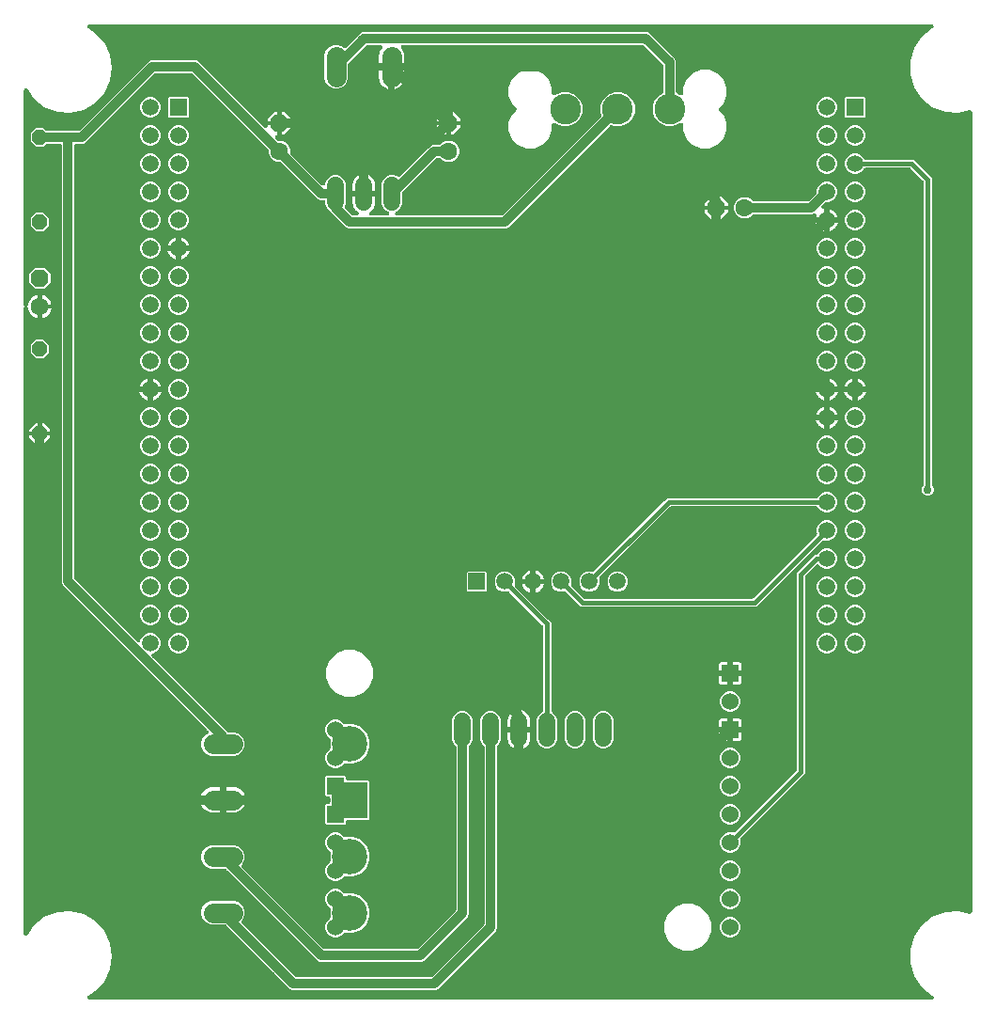
<source format=gbr>
G04 EAGLE Gerber RS-274X export*
G75*
%MOIN*%
%FSLAX34Y34*%
%LPD*%
%INBottom Copper*%
%IPPOS*%
%AMOC8*
5,1,8,0,0,1.08239X$1,22.5*%
G01*
%ADD10C,0.070500*%
%ADD11P,0.068191X8X112.500000*%
%ADD12C,0.063000*%
%ADD13P,0.068191X8X202.500000*%
%ADD14C,0.060000*%
%ADD15P,0.056284X8X112.500000*%
%ADD16C,0.059370*%
%ADD17R,0.059370X0.059370*%
%ADD18R,0.060000X0.060000*%
%ADD19C,0.060000*%
%ADD20C,0.126000*%
%ADD21R,0.126000X0.126000*%
%ADD22C,0.109252*%
%ADD23C,0.029780*%
%ADD24C,0.016000*%
%ADD25C,0.032000*%

G36*
X32632Y431D02*
X32632Y431D01*
X32633Y431D01*
X32640Y432D01*
X32647Y432D01*
X32648Y433D01*
X32649Y433D01*
X32655Y435D01*
X32662Y437D01*
X32663Y437D01*
X32664Y438D01*
X32670Y441D01*
X32676Y445D01*
X32677Y446D01*
X32682Y450D01*
X32688Y455D01*
X32689Y456D01*
X32693Y462D01*
X32698Y467D01*
X32698Y468D01*
X32699Y469D01*
X32702Y475D01*
X32705Y481D01*
X32705Y482D01*
X32705Y483D01*
X32707Y490D01*
X32709Y496D01*
X32709Y497D01*
X32709Y498D01*
X32710Y505D01*
X32710Y512D01*
X32710Y513D01*
X32710Y514D01*
X32709Y521D01*
X32708Y528D01*
X32708Y529D01*
X32708Y530D01*
X32705Y536D01*
X32703Y543D01*
X32702Y544D01*
X32699Y550D01*
X32695Y556D01*
X32695Y557D01*
X32694Y558D01*
X32689Y563D01*
X32685Y568D01*
X32684Y569D01*
X32683Y569D01*
X32678Y573D01*
X32672Y578D01*
X32671Y578D01*
X32671Y579D01*
X32665Y581D01*
X32291Y880D01*
X32022Y1274D01*
X31882Y1730D01*
X31882Y2207D01*
X32022Y2663D01*
X32291Y3057D01*
X32664Y3355D01*
X33108Y3529D01*
X33584Y3565D01*
X33977Y3475D01*
X33979Y3475D01*
X33981Y3474D01*
X33987Y3474D01*
X33992Y3473D01*
X33994Y3473D01*
X33996Y3473D01*
X34002Y3474D01*
X34008Y3474D01*
X34010Y3475D01*
X34012Y3475D01*
X34018Y3477D01*
X34023Y3479D01*
X34025Y3480D01*
X34027Y3480D01*
X34032Y3483D01*
X34037Y3486D01*
X34039Y3487D01*
X34041Y3488D01*
X34045Y3492D01*
X34050Y3496D01*
X34051Y3497D01*
X34052Y3499D01*
X34056Y3503D01*
X34060Y3508D01*
X34061Y3510D01*
X34062Y3511D01*
X34065Y3517D01*
X34067Y3522D01*
X34068Y3524D01*
X34069Y3525D01*
X34070Y3531D01*
X34072Y3537D01*
X34072Y3539D01*
X34073Y3541D01*
X34074Y3553D01*
X34074Y31881D01*
X34073Y31882D01*
X34074Y31884D01*
X34073Y31890D01*
X34072Y31896D01*
X34072Y31898D01*
X34071Y31900D01*
X34069Y31906D01*
X34067Y31911D01*
X34066Y31913D01*
X34066Y31915D01*
X34063Y31920D01*
X34060Y31925D01*
X34059Y31927D01*
X34058Y31928D01*
X34054Y31933D01*
X34050Y31937D01*
X34048Y31938D01*
X34047Y31940D01*
X34042Y31943D01*
X34037Y31947D01*
X34036Y31948D01*
X34034Y31949D01*
X34029Y31952D01*
X34023Y31954D01*
X34021Y31955D01*
X34020Y31956D01*
X34014Y31957D01*
X34008Y31959D01*
X34006Y31959D01*
X34004Y31959D01*
X33998Y31959D01*
X33992Y31960D01*
X33990Y31960D01*
X33989Y31960D01*
X33977Y31958D01*
X33584Y31868D01*
X33108Y31904D01*
X32664Y32078D01*
X32291Y32376D01*
X32022Y32770D01*
X31882Y33226D01*
X31882Y33703D01*
X32022Y34159D01*
X32291Y34553D01*
X32666Y34852D01*
X32668Y34853D01*
X32674Y34856D01*
X32675Y34857D01*
X32676Y34858D01*
X32681Y34862D01*
X32686Y34866D01*
X32687Y34867D01*
X32688Y34868D01*
X32692Y34873D01*
X32696Y34878D01*
X32697Y34879D01*
X32698Y34880D01*
X32701Y34886D01*
X32704Y34892D01*
X32704Y34893D01*
X32705Y34894D01*
X32707Y34901D01*
X32709Y34907D01*
X32709Y34908D01*
X32709Y34909D01*
X32710Y34916D01*
X32710Y34923D01*
X32710Y34924D01*
X32710Y34925D01*
X32709Y34932D01*
X32709Y34939D01*
X32708Y34940D01*
X32708Y34941D01*
X32706Y34947D01*
X32704Y34954D01*
X32704Y34955D01*
X32703Y34956D01*
X32700Y34962D01*
X32696Y34968D01*
X32695Y34969D01*
X32691Y34974D01*
X32686Y34980D01*
X32685Y34981D01*
X32679Y34985D01*
X32674Y34990D01*
X32673Y34990D01*
X32672Y34991D01*
X32666Y34994D01*
X32660Y34997D01*
X32659Y34997D01*
X32658Y34998D01*
X32651Y34999D01*
X32645Y35001D01*
X32644Y35001D01*
X32643Y35001D01*
X32631Y35002D01*
X2767Y35002D01*
X2764Y35002D01*
X2761Y35002D01*
X2756Y35001D01*
X2751Y35001D01*
X2748Y35000D01*
X2745Y34999D01*
X2741Y34998D01*
X2736Y34996D01*
X2733Y34995D01*
X2731Y34994D01*
X2726Y34991D01*
X2722Y34989D01*
X2720Y34987D01*
X2717Y34985D01*
X2714Y34982D01*
X2710Y34978D01*
X2708Y34976D01*
X2706Y34974D01*
X2703Y34970D01*
X2700Y34966D01*
X2699Y34963D01*
X2697Y34961D01*
X2695Y34956D01*
X2693Y34952D01*
X2692Y34949D01*
X2691Y34946D01*
X2690Y34942D01*
X2689Y34937D01*
X2688Y34934D01*
X2688Y34931D01*
X2688Y34926D01*
X2688Y34921D01*
X2688Y34918D01*
X2688Y34915D01*
X2689Y34910D01*
X2689Y34905D01*
X2690Y34903D01*
X2691Y34900D01*
X2693Y34895D01*
X2694Y34890D01*
X2696Y34888D01*
X2697Y34885D01*
X2700Y34881D01*
X2702Y34877D01*
X2704Y34875D01*
X2706Y34872D01*
X2710Y34869D01*
X2713Y34865D01*
X2715Y34863D01*
X2717Y34861D01*
X2723Y34857D01*
X2725Y34855D01*
X2726Y34855D01*
X2727Y34854D01*
X2967Y34716D01*
X3291Y34366D01*
X3498Y33936D01*
X3569Y33465D01*
X3498Y32993D01*
X3291Y32563D01*
X2967Y32213D01*
X2553Y31974D01*
X2088Y31868D01*
X1612Y31904D01*
X1168Y32078D01*
X795Y32376D01*
X575Y32698D01*
X569Y32705D01*
X565Y32710D01*
X553Y32720D01*
X546Y32723D01*
X539Y32727D01*
X532Y32729D01*
X524Y32731D01*
X515Y32732D01*
X508Y32732D01*
X498Y32731D01*
X492Y32730D01*
X486Y32728D01*
X477Y32725D01*
X464Y32717D01*
X453Y32708D01*
X452Y32707D01*
X442Y32694D01*
X437Y32683D01*
X436Y32680D01*
X433Y32669D01*
X432Y32665D01*
X431Y32653D01*
X431Y25071D01*
X431Y25069D01*
X431Y25067D01*
X432Y25061D01*
X432Y25055D01*
X433Y25053D01*
X433Y25052D01*
X435Y25046D01*
X437Y25040D01*
X438Y25038D01*
X438Y25037D01*
X442Y25031D01*
X445Y25026D01*
X446Y25025D01*
X446Y25023D01*
X451Y25019D01*
X455Y25014D01*
X456Y25013D01*
X457Y25011D01*
X462Y25008D01*
X467Y25004D01*
X468Y25003D01*
X470Y25002D01*
X474Y25000D01*
X472Y24999D01*
X467Y24996D01*
X465Y24995D01*
X464Y24994D01*
X459Y24990D01*
X454Y24986D01*
X453Y24985D01*
X452Y24983D01*
X448Y24978D01*
X444Y24974D01*
X443Y24972D01*
X442Y24971D01*
X440Y24965D01*
X437Y24960D01*
X436Y24958D01*
X436Y24957D01*
X434Y24951D01*
X432Y24945D01*
X432Y24943D01*
X432Y24941D01*
X431Y24929D01*
X431Y2780D01*
X432Y2768D01*
X432Y2764D01*
X435Y2755D01*
X437Y2749D01*
X445Y2735D01*
X450Y2729D01*
X455Y2723D01*
X460Y2719D01*
X467Y2713D01*
X473Y2710D01*
X481Y2706D01*
X490Y2704D01*
X496Y2702D01*
X506Y2701D01*
X512Y2701D01*
X522Y2702D01*
X528Y2703D01*
X533Y2705D01*
X543Y2708D01*
X545Y2709D01*
X556Y2716D01*
X558Y2717D01*
X568Y2726D01*
X575Y2735D01*
X795Y3057D01*
X1168Y3355D01*
X1612Y3529D01*
X2088Y3565D01*
X2553Y3459D01*
X2967Y3220D01*
X3291Y2870D01*
X3498Y2440D01*
X3569Y1969D01*
X3498Y1497D01*
X3291Y1067D01*
X2967Y717D01*
X2727Y579D01*
X2725Y577D01*
X2722Y575D01*
X2718Y572D01*
X2714Y569D01*
X2712Y567D01*
X2710Y565D01*
X2707Y561D01*
X2704Y558D01*
X2702Y555D01*
X2700Y553D01*
X2698Y549D01*
X2695Y544D01*
X2694Y542D01*
X2693Y539D01*
X2692Y534D01*
X2690Y530D01*
X2690Y527D01*
X2689Y524D01*
X2688Y519D01*
X2688Y514D01*
X2688Y511D01*
X2688Y508D01*
X2688Y503D01*
X2688Y498D01*
X2689Y495D01*
X2689Y492D01*
X2691Y488D01*
X2692Y483D01*
X2694Y480D01*
X2694Y477D01*
X2697Y473D01*
X2699Y469D01*
X2701Y466D01*
X2702Y464D01*
X2706Y460D01*
X2709Y456D01*
X2711Y454D01*
X2713Y452D01*
X2717Y449D01*
X2720Y446D01*
X2723Y444D01*
X2725Y442D01*
X2730Y440D01*
X2734Y438D01*
X2737Y437D01*
X2740Y436D01*
X2744Y434D01*
X2749Y433D01*
X2752Y432D01*
X2755Y432D01*
X2762Y431D01*
X2765Y431D01*
X2766Y431D01*
X2767Y431D01*
X32631Y431D01*
X32632Y431D01*
G37*
%LPC*%
G36*
X7065Y9071D02*
X7065Y9071D01*
X6913Y9134D01*
X6797Y9250D01*
X6734Y9402D01*
X6734Y9566D01*
X6797Y9718D01*
X6913Y9835D01*
X6940Y9846D01*
X6941Y9846D01*
X6942Y9846D01*
X6948Y9850D01*
X6954Y9853D01*
X6955Y9854D01*
X6956Y9854D01*
X6961Y9859D01*
X6966Y9863D01*
X6967Y9864D01*
X6972Y9870D01*
X6976Y9876D01*
X6977Y9876D01*
X6977Y9877D01*
X6980Y9883D01*
X6984Y9890D01*
X6984Y9891D01*
X6986Y9898D01*
X6988Y9905D01*
X6988Y9906D01*
X6989Y9913D01*
X6989Y9920D01*
X6989Y9921D01*
X6989Y9922D01*
X6988Y9929D01*
X6987Y9936D01*
X6987Y9937D01*
X6987Y9938D01*
X6985Y9944D01*
X6983Y9951D01*
X6982Y9952D01*
X6978Y9959D01*
X6975Y9965D01*
X6974Y9965D01*
X6974Y9966D01*
X6966Y9975D01*
X1886Y15055D01*
X1813Y15128D01*
X1779Y15209D01*
X1779Y30700D01*
X1779Y30701D01*
X1779Y30702D01*
X1778Y30709D01*
X1778Y30716D01*
X1777Y30717D01*
X1777Y30718D01*
X1775Y30724D01*
X1773Y30731D01*
X1773Y30732D01*
X1772Y30733D01*
X1769Y30739D01*
X1765Y30745D01*
X1764Y30746D01*
X1760Y30751D01*
X1755Y30757D01*
X1754Y30758D01*
X1748Y30762D01*
X1743Y30767D01*
X1742Y30767D01*
X1741Y30768D01*
X1735Y30771D01*
X1729Y30774D01*
X1728Y30774D01*
X1727Y30774D01*
X1720Y30776D01*
X1714Y30778D01*
X1713Y30778D01*
X1712Y30778D01*
X1700Y30779D01*
X1266Y30779D01*
X1264Y30779D01*
X1263Y30779D01*
X1256Y30778D01*
X1250Y30778D01*
X1249Y30777D01*
X1247Y30777D01*
X1241Y30775D01*
X1235Y30773D01*
X1234Y30772D01*
X1232Y30772D01*
X1227Y30769D01*
X1221Y30765D01*
X1220Y30765D01*
X1219Y30764D01*
X1210Y30756D01*
X1133Y30679D01*
X867Y30679D01*
X679Y30867D01*
X679Y31133D01*
X867Y31321D01*
X1133Y31321D01*
X1210Y31244D01*
X1211Y31243D01*
X1212Y31242D01*
X1217Y31238D01*
X1222Y31234D01*
X1223Y31233D01*
X1224Y31232D01*
X1230Y31230D01*
X1236Y31227D01*
X1237Y31226D01*
X1239Y31226D01*
X1245Y31224D01*
X1251Y31222D01*
X1252Y31222D01*
X1254Y31222D01*
X1266Y31221D01*
X2376Y31221D01*
X2377Y31221D01*
X2379Y31221D01*
X2385Y31222D01*
X2391Y31222D01*
X2393Y31223D01*
X2394Y31223D01*
X2400Y31225D01*
X2407Y31227D01*
X2408Y31228D01*
X2409Y31228D01*
X2415Y31231D01*
X2420Y31235D01*
X2421Y31235D01*
X2423Y31236D01*
X2432Y31244D01*
X4875Y33687D01*
X4956Y33721D01*
X6544Y33721D01*
X6625Y33687D01*
X8949Y31363D01*
X8950Y31363D01*
X8955Y31358D01*
X8961Y31353D01*
X8962Y31353D01*
X8969Y31349D01*
X8975Y31346D01*
X8976Y31346D01*
X8976Y31345D01*
X8983Y31343D01*
X8990Y31341D01*
X8991Y31341D01*
X8999Y31341D01*
X9006Y31340D01*
X9007Y31340D01*
X9014Y31341D01*
X9022Y31342D01*
X9023Y31342D01*
X9030Y31344D01*
X9037Y31347D01*
X9038Y31347D01*
X9044Y31351D01*
X9050Y31354D01*
X9051Y31355D01*
X9057Y31360D01*
X9062Y31365D01*
X9063Y31365D01*
X9068Y31371D01*
X9072Y31377D01*
X9072Y31378D01*
X9073Y31378D01*
X9076Y31385D01*
X9079Y31391D01*
X9079Y31392D01*
X9081Y31399D01*
X9083Y31406D01*
X9083Y31407D01*
X9084Y31419D01*
X9084Y31421D01*
X9421Y31421D01*
X9421Y31084D01*
X9419Y31084D01*
X9418Y31084D01*
X9411Y31083D01*
X9404Y31083D01*
X9403Y31083D01*
X9403Y31082D01*
X9396Y31080D01*
X9388Y31078D01*
X9381Y31074D01*
X9375Y31070D01*
X9374Y31070D01*
X9368Y31065D01*
X9363Y31060D01*
X9362Y31060D01*
X9357Y31054D01*
X9353Y31048D01*
X9352Y31048D01*
X9352Y31047D01*
X9349Y31041D01*
X9345Y31034D01*
X9345Y31033D01*
X9343Y31026D01*
X9341Y31019D01*
X9341Y31018D01*
X9341Y31010D01*
X9340Y31003D01*
X9340Y31002D01*
X9341Y30995D01*
X9342Y30987D01*
X9342Y30986D01*
X9345Y30979D01*
X9347Y30972D01*
X9351Y30965D01*
X9355Y30959D01*
X9355Y30958D01*
X9363Y30949D01*
X9413Y30899D01*
X9414Y30898D01*
X9415Y30897D01*
X9420Y30893D01*
X9425Y30889D01*
X9427Y30888D01*
X9428Y30887D01*
X9434Y30885D01*
X9439Y30882D01*
X9441Y30881D01*
X9442Y30881D01*
X9448Y30879D01*
X9455Y30877D01*
X9456Y30877D01*
X9457Y30877D01*
X9469Y30876D01*
X9575Y30876D01*
X9713Y30819D01*
X9819Y30713D01*
X9876Y30575D01*
X9876Y30469D01*
X9876Y30468D01*
X9876Y30466D01*
X9877Y30460D01*
X9877Y30454D01*
X9878Y30452D01*
X9878Y30451D01*
X9880Y30445D01*
X9882Y30438D01*
X9883Y30437D01*
X9883Y30436D01*
X9886Y30430D01*
X9890Y30425D01*
X9890Y30424D01*
X9891Y30422D01*
X9899Y30413D01*
X11004Y29308D01*
X11005Y29308D01*
X11010Y29303D01*
X11016Y29298D01*
X11017Y29298D01*
X11024Y29294D01*
X11030Y29291D01*
X11031Y29291D01*
X11031Y29290D01*
X11038Y29288D01*
X11045Y29286D01*
X11046Y29286D01*
X11054Y29286D01*
X11061Y29285D01*
X11062Y29285D01*
X11069Y29286D01*
X11077Y29287D01*
X11078Y29287D01*
X11085Y29289D01*
X11092Y29292D01*
X11093Y29292D01*
X11099Y29296D01*
X11105Y29299D01*
X11106Y29300D01*
X11112Y29305D01*
X11117Y29310D01*
X11118Y29310D01*
X11123Y29316D01*
X11127Y29322D01*
X11127Y29323D01*
X11128Y29323D01*
X11131Y29330D01*
X11134Y29336D01*
X11134Y29337D01*
X11136Y29344D01*
X11138Y29351D01*
X11138Y29352D01*
X11139Y29364D01*
X11139Y29372D01*
X11194Y29504D01*
X11296Y29606D01*
X11428Y29661D01*
X11572Y29661D01*
X11704Y29606D01*
X11806Y29504D01*
X11861Y29372D01*
X11861Y28628D01*
X11829Y28552D01*
X11829Y28551D01*
X11828Y28550D01*
X11827Y28543D01*
X11825Y28537D01*
X11825Y28536D01*
X11824Y28535D01*
X11824Y28528D01*
X11823Y28521D01*
X11823Y28520D01*
X11823Y28519D01*
X11824Y28512D01*
X11825Y28506D01*
X11825Y28504D01*
X11825Y28503D01*
X11828Y28497D01*
X11830Y28491D01*
X11830Y28490D01*
X11831Y28488D01*
X11834Y28483D01*
X11837Y28477D01*
X11838Y28476D01*
X11839Y28475D01*
X11846Y28466D01*
X12068Y28244D01*
X12069Y28243D01*
X12070Y28242D01*
X12075Y28238D01*
X12080Y28234D01*
X12082Y28233D01*
X12083Y28232D01*
X12089Y28230D01*
X12094Y28227D01*
X12096Y28226D01*
X12097Y28226D01*
X12103Y28224D01*
X12110Y28222D01*
X12111Y28222D01*
X12112Y28222D01*
X12124Y28221D01*
X12234Y28221D01*
X12241Y28221D01*
X12247Y28222D01*
X12248Y28222D01*
X12250Y28222D01*
X12256Y28224D01*
X12263Y28226D01*
X12264Y28227D01*
X12265Y28227D01*
X12271Y28230D01*
X12277Y28233D01*
X12278Y28234D01*
X12279Y28235D01*
X12284Y28239D01*
X12289Y28243D01*
X12290Y28244D01*
X12291Y28245D01*
X12295Y28250D01*
X12299Y28255D01*
X12300Y28256D01*
X12300Y28257D01*
X12304Y28263D01*
X12307Y28269D01*
X12307Y28270D01*
X12308Y28271D01*
X12310Y28278D01*
X12312Y28284D01*
X12312Y28285D01*
X12312Y28286D01*
X12312Y28293D01*
X12313Y28300D01*
X12313Y28301D01*
X12313Y28302D01*
X12312Y28309D01*
X12312Y28315D01*
X12311Y28316D01*
X12311Y28318D01*
X12309Y28324D01*
X12307Y28330D01*
X12307Y28331D01*
X12306Y28333D01*
X12303Y28338D01*
X12300Y28344D01*
X12299Y28345D01*
X12298Y28346D01*
X12294Y28351D01*
X12290Y28356D01*
X12289Y28357D01*
X12288Y28358D01*
X12286Y28360D01*
X12281Y28364D01*
X12239Y28394D01*
X12194Y28439D01*
X12157Y28490D01*
X12129Y28546D01*
X12109Y28606D01*
X12099Y28668D01*
X12099Y28901D01*
X12480Y28901D01*
X12481Y28901D01*
X12482Y28901D01*
X12489Y28902D01*
X12496Y28902D01*
X12497Y28903D01*
X12498Y28903D01*
X12500Y28904D01*
X12506Y28902D01*
X12507Y28902D01*
X12508Y28902D01*
X12520Y28901D01*
X12901Y28901D01*
X12901Y28668D01*
X12891Y28606D01*
X12871Y28546D01*
X12843Y28490D01*
X12806Y28439D01*
X12761Y28394D01*
X12719Y28364D01*
X12714Y28360D01*
X12709Y28355D01*
X12709Y28354D01*
X12708Y28354D01*
X12704Y28348D01*
X12700Y28343D01*
X12699Y28342D01*
X12698Y28341D01*
X12695Y28335D01*
X12692Y28329D01*
X12692Y28328D01*
X12691Y28327D01*
X12690Y28320D01*
X12688Y28314D01*
X12688Y28313D01*
X12688Y28311D01*
X12687Y28305D01*
X12687Y28298D01*
X12687Y28297D01*
X12687Y28296D01*
X12688Y28289D01*
X12689Y28282D01*
X12689Y28281D01*
X12689Y28280D01*
X12692Y28274D01*
X12694Y28267D01*
X12694Y28266D01*
X12695Y28265D01*
X12698Y28260D01*
X12702Y28254D01*
X12702Y28253D01*
X12703Y28252D01*
X12708Y28247D01*
X12712Y28242D01*
X12713Y28241D01*
X12714Y28240D01*
X12719Y28236D01*
X12725Y28232D01*
X12726Y28232D01*
X12727Y28231D01*
X12733Y28228D01*
X12739Y28226D01*
X12740Y28225D01*
X12741Y28225D01*
X12748Y28223D01*
X12754Y28222D01*
X12756Y28222D01*
X12757Y28221D01*
X12759Y28221D01*
X12766Y28221D01*
X13316Y28221D01*
X13324Y28222D01*
X13332Y28222D01*
X13339Y28225D01*
X13347Y28227D01*
X13354Y28231D01*
X13361Y28235D01*
X13367Y28240D01*
X13373Y28245D01*
X13378Y28251D01*
X13382Y28257D01*
X13383Y28257D01*
X13386Y28264D01*
X13390Y28271D01*
X13392Y28279D01*
X13394Y28286D01*
X13394Y28287D01*
X13395Y28294D01*
X13395Y28302D01*
X13394Y28310D01*
X13393Y28318D01*
X13391Y28325D01*
X13388Y28333D01*
X13384Y28340D01*
X13380Y28346D01*
X13380Y28347D01*
X13375Y28352D01*
X13370Y28358D01*
X13369Y28358D01*
X13363Y28363D01*
X13357Y28368D01*
X13346Y28373D01*
X13296Y28394D01*
X13194Y28496D01*
X13139Y28628D01*
X13139Y29372D01*
X13194Y29504D01*
X13296Y29606D01*
X13428Y29661D01*
X13572Y29661D01*
X13719Y29600D01*
X13720Y29600D01*
X13720Y29599D01*
X13721Y29599D01*
X13727Y29597D01*
X13734Y29595D01*
X13735Y29595D01*
X13736Y29595D01*
X13743Y29595D01*
X13749Y29594D01*
X13751Y29594D01*
X13752Y29594D01*
X13758Y29595D01*
X13765Y29596D01*
X13766Y29596D01*
X13767Y29596D01*
X13774Y29598D01*
X13780Y29600D01*
X13781Y29601D01*
X13782Y29601D01*
X13788Y29605D01*
X13794Y29608D01*
X13795Y29609D01*
X13796Y29609D01*
X13805Y29617D01*
X14802Y30614D01*
X14875Y30687D01*
X14956Y30721D01*
X15157Y30721D01*
X15158Y30721D01*
X15159Y30721D01*
X15166Y30722D01*
X15172Y30722D01*
X15174Y30723D01*
X15175Y30723D01*
X15181Y30725D01*
X15187Y30727D01*
X15189Y30728D01*
X15190Y30728D01*
X15196Y30731D01*
X15201Y30735D01*
X15202Y30735D01*
X15204Y30736D01*
X15213Y30744D01*
X15287Y30819D01*
X15425Y30876D01*
X15575Y30876D01*
X15713Y30819D01*
X15819Y30713D01*
X15876Y30575D01*
X15876Y30425D01*
X15819Y30287D01*
X15713Y30181D01*
X15575Y30124D01*
X15425Y30124D01*
X15287Y30181D01*
X15213Y30256D01*
X15211Y30257D01*
X15210Y30258D01*
X15205Y30262D01*
X15200Y30266D01*
X15199Y30267D01*
X15198Y30268D01*
X15192Y30270D01*
X15186Y30273D01*
X15185Y30274D01*
X15184Y30274D01*
X15177Y30276D01*
X15171Y30278D01*
X15170Y30278D01*
X15168Y30278D01*
X15157Y30279D01*
X15124Y30279D01*
X15123Y30279D01*
X15121Y30279D01*
X15115Y30278D01*
X15109Y30278D01*
X15107Y30277D01*
X15106Y30277D01*
X15100Y30275D01*
X15093Y30273D01*
X15092Y30272D01*
X15091Y30272D01*
X15085Y30269D01*
X15080Y30265D01*
X15079Y30265D01*
X15077Y30264D01*
X15068Y30256D01*
X13884Y29072D01*
X13883Y29071D01*
X13882Y29070D01*
X13878Y29065D01*
X13874Y29060D01*
X13873Y29058D01*
X13872Y29057D01*
X13870Y29051D01*
X13867Y29046D01*
X13866Y29044D01*
X13866Y29043D01*
X13864Y29037D01*
X13862Y29030D01*
X13862Y29029D01*
X13862Y29028D01*
X13861Y29016D01*
X13861Y28628D01*
X13806Y28496D01*
X13704Y28394D01*
X13654Y28373D01*
X13653Y28373D01*
X13647Y28369D01*
X13640Y28366D01*
X13639Y28365D01*
X13634Y28361D01*
X13628Y28356D01*
X13627Y28355D01*
X13623Y28349D01*
X13618Y28343D01*
X13614Y28336D01*
X13610Y28329D01*
X13608Y28322D01*
X13606Y28314D01*
X13605Y28306D01*
X13605Y28299D01*
X13605Y28298D01*
X13606Y28290D01*
X13607Y28283D01*
X13607Y28282D01*
X13609Y28275D01*
X13612Y28268D01*
X13612Y28267D01*
X13616Y28261D01*
X13619Y28254D01*
X13620Y28254D01*
X13625Y28248D01*
X13630Y28242D01*
X13636Y28237D01*
X13642Y28233D01*
X13643Y28233D01*
X13643Y28232D01*
X13650Y28229D01*
X13656Y28226D01*
X13657Y28226D01*
X13664Y28224D01*
X13672Y28222D01*
X13684Y28221D01*
X17376Y28221D01*
X17377Y28221D01*
X17379Y28221D01*
X17385Y28222D01*
X17391Y28222D01*
X17393Y28223D01*
X17394Y28223D01*
X17400Y28225D01*
X17407Y28227D01*
X17408Y28228D01*
X17409Y28228D01*
X17415Y28231D01*
X17420Y28235D01*
X17421Y28235D01*
X17423Y28236D01*
X17432Y28244D01*
X20907Y31719D01*
X20907Y31720D01*
X20908Y31720D01*
X20912Y31726D01*
X20917Y31731D01*
X20917Y31732D01*
X20918Y31733D01*
X20921Y31739D01*
X20924Y31745D01*
X20924Y31746D01*
X20925Y31747D01*
X20926Y31754D01*
X20928Y31760D01*
X20928Y31761D01*
X20929Y31762D01*
X20929Y31769D01*
X20930Y31776D01*
X20930Y31777D01*
X20930Y31778D01*
X20929Y31785D01*
X20928Y31791D01*
X20928Y31793D01*
X20927Y31794D01*
X20924Y31805D01*
X20893Y31879D01*
X20893Y32121D01*
X20985Y32344D01*
X21156Y32515D01*
X21379Y32607D01*
X21621Y32607D01*
X21844Y32515D01*
X22015Y32344D01*
X22107Y32121D01*
X22107Y31879D01*
X22015Y31656D01*
X21844Y31485D01*
X21621Y31393D01*
X21379Y31393D01*
X21305Y31424D01*
X21304Y31424D01*
X21303Y31425D01*
X21296Y31426D01*
X21290Y31428D01*
X21289Y31428D01*
X21288Y31429D01*
X21281Y31429D01*
X21274Y31430D01*
X21273Y31430D01*
X21272Y31430D01*
X21265Y31429D01*
X21259Y31428D01*
X21257Y31428D01*
X21256Y31428D01*
X21250Y31425D01*
X21244Y31423D01*
X21242Y31423D01*
X21241Y31422D01*
X21236Y31419D01*
X21230Y31416D01*
X21229Y31415D01*
X21228Y31414D01*
X21219Y31407D01*
X17625Y27813D01*
X17544Y27779D01*
X11956Y27779D01*
X11875Y27813D01*
X11310Y28378D01*
X11309Y28379D01*
X11308Y28381D01*
X11300Y28390D01*
X11194Y28496D01*
X11139Y28628D01*
X11139Y28700D01*
X11139Y28701D01*
X11139Y28702D01*
X11138Y28709D01*
X11138Y28716D01*
X11137Y28717D01*
X11137Y28718D01*
X11135Y28724D01*
X11133Y28731D01*
X11133Y28732D01*
X11132Y28733D01*
X11129Y28739D01*
X11125Y28745D01*
X11124Y28746D01*
X11120Y28751D01*
X11115Y28757D01*
X11114Y28758D01*
X11108Y28762D01*
X11103Y28767D01*
X11102Y28767D01*
X11101Y28768D01*
X11095Y28771D01*
X11089Y28774D01*
X11088Y28774D01*
X11087Y28774D01*
X11080Y28776D01*
X11074Y28778D01*
X11073Y28778D01*
X11072Y28778D01*
X11060Y28779D01*
X10956Y28779D01*
X10875Y28813D01*
X9587Y30101D01*
X9586Y30102D01*
X9585Y30103D01*
X9580Y30107D01*
X9575Y30111D01*
X9573Y30112D01*
X9572Y30113D01*
X9566Y30115D01*
X9561Y30118D01*
X9559Y30119D01*
X9558Y30119D01*
X9552Y30121D01*
X9545Y30123D01*
X9544Y30123D01*
X9543Y30123D01*
X9531Y30124D01*
X9425Y30124D01*
X9287Y30181D01*
X9181Y30287D01*
X9124Y30425D01*
X9124Y30531D01*
X9124Y30532D01*
X9124Y30534D01*
X9123Y30540D01*
X9123Y30546D01*
X9122Y30548D01*
X9122Y30549D01*
X9120Y30555D01*
X9118Y30562D01*
X9117Y30563D01*
X9117Y30564D01*
X9114Y30570D01*
X9110Y30575D01*
X9110Y30576D01*
X9109Y30578D01*
X9101Y30587D01*
X6432Y33256D01*
X6431Y33257D01*
X6430Y33258D01*
X6425Y33262D01*
X6420Y33266D01*
X6418Y33267D01*
X6417Y33268D01*
X6411Y33270D01*
X6406Y33273D01*
X6404Y33274D01*
X6403Y33274D01*
X6397Y33276D01*
X6390Y33278D01*
X6389Y33278D01*
X6388Y33278D01*
X6376Y33279D01*
X5124Y33279D01*
X5123Y33279D01*
X5121Y33279D01*
X5115Y33278D01*
X5109Y33278D01*
X5107Y33277D01*
X5106Y33277D01*
X5100Y33275D01*
X5093Y33273D01*
X5092Y33272D01*
X5091Y33272D01*
X5085Y33269D01*
X5080Y33265D01*
X5079Y33265D01*
X5077Y33264D01*
X5068Y33256D01*
X2625Y30813D01*
X2544Y30779D01*
X2300Y30779D01*
X2299Y30779D01*
X2298Y30779D01*
X2291Y30778D01*
X2284Y30778D01*
X2283Y30777D01*
X2282Y30777D01*
X2276Y30775D01*
X2269Y30773D01*
X2268Y30773D01*
X2267Y30772D01*
X2261Y30769D01*
X2255Y30765D01*
X2254Y30764D01*
X2249Y30760D01*
X2243Y30755D01*
X2242Y30754D01*
X2238Y30748D01*
X2233Y30743D01*
X2233Y30742D01*
X2232Y30741D01*
X2229Y30735D01*
X2226Y30729D01*
X2226Y30728D01*
X2226Y30727D01*
X2224Y30720D01*
X2222Y30714D01*
X2222Y30713D01*
X2222Y30712D01*
X2221Y30700D01*
X2221Y15378D01*
X2221Y15376D01*
X2221Y15375D01*
X2222Y15368D01*
X2222Y15362D01*
X2223Y15360D01*
X2223Y15359D01*
X2225Y15353D01*
X2227Y15347D01*
X2228Y15346D01*
X2228Y15344D01*
X2231Y15339D01*
X2235Y15333D01*
X2235Y15332D01*
X2236Y15331D01*
X2244Y15322D01*
X4441Y13124D01*
X4442Y13124D01*
X4442Y13123D01*
X4448Y13119D01*
X4453Y13114D01*
X4454Y13114D01*
X4461Y13110D01*
X4467Y13107D01*
X4468Y13107D01*
X4469Y13107D01*
X4475Y13105D01*
X4482Y13103D01*
X4483Y13103D01*
X4484Y13102D01*
X4491Y13102D01*
X4498Y13101D01*
X4499Y13101D01*
X4500Y13101D01*
X4507Y13102D01*
X4514Y13103D01*
X4515Y13103D01*
X4522Y13106D01*
X4529Y13108D01*
X4530Y13108D01*
X4536Y13112D01*
X4543Y13116D01*
X4544Y13116D01*
X4549Y13121D01*
X4554Y13126D01*
X4555Y13126D01*
X4555Y13127D01*
X4560Y13133D01*
X4564Y13138D01*
X4565Y13139D01*
X4565Y13140D01*
X4570Y13150D01*
X4618Y13266D01*
X4719Y13366D01*
X4850Y13421D01*
X4992Y13421D01*
X5124Y13366D01*
X5224Y13266D01*
X5279Y13134D01*
X5279Y12992D01*
X5224Y12860D01*
X5124Y12760D01*
X5008Y12712D01*
X5007Y12711D01*
X5001Y12708D01*
X4995Y12705D01*
X4994Y12704D01*
X4993Y12704D01*
X4988Y12699D01*
X4982Y12695D01*
X4982Y12694D01*
X4981Y12693D01*
X4977Y12688D01*
X4972Y12682D01*
X4972Y12681D01*
X4968Y12675D01*
X4965Y12668D01*
X4965Y12667D01*
X4963Y12660D01*
X4961Y12653D01*
X4961Y12652D01*
X4960Y12644D01*
X4960Y12637D01*
X4960Y12636D01*
X4961Y12629D01*
X4961Y12622D01*
X4962Y12621D01*
X4962Y12620D01*
X4964Y12613D01*
X4966Y12607D01*
X4967Y12606D01*
X4967Y12605D01*
X4971Y12599D01*
X4974Y12593D01*
X4975Y12592D01*
X4983Y12583D01*
X7645Y9921D01*
X7646Y9920D01*
X7647Y9919D01*
X7652Y9915D01*
X7657Y9911D01*
X7658Y9910D01*
X7659Y9909D01*
X7665Y9906D01*
X7671Y9903D01*
X7672Y9903D01*
X7674Y9902D01*
X7680Y9901D01*
X7686Y9899D01*
X7688Y9899D01*
X7689Y9898D01*
X7701Y9898D01*
X7935Y9898D01*
X8087Y9835D01*
X8203Y9718D01*
X8266Y9566D01*
X8266Y9402D01*
X8203Y9250D01*
X8087Y9134D01*
X7935Y9071D01*
X7065Y9071D01*
G37*
%LPD*%
%LPC*%
G36*
X24446Y30613D02*
X24446Y30613D01*
X24165Y30729D01*
X23950Y30945D01*
X23834Y31226D01*
X23834Y31433D01*
X23833Y31434D01*
X23833Y31442D01*
X23832Y31449D01*
X23832Y31450D01*
X23829Y31457D01*
X23827Y31464D01*
X23827Y31465D01*
X23823Y31471D01*
X23820Y31478D01*
X23819Y31478D01*
X23819Y31479D01*
X23814Y31484D01*
X23810Y31490D01*
X23809Y31490D01*
X23809Y31491D01*
X23803Y31495D01*
X23797Y31500D01*
X23796Y31500D01*
X23790Y31504D01*
X23783Y31507D01*
X23782Y31507D01*
X23775Y31509D01*
X23768Y31511D01*
X23767Y31512D01*
X23760Y31512D01*
X23752Y31513D01*
X23751Y31513D01*
X23744Y31512D01*
X23737Y31511D01*
X23736Y31510D01*
X23729Y31508D01*
X23722Y31506D01*
X23721Y31505D01*
X23714Y31501D01*
X23708Y31498D01*
X23708Y31497D01*
X23707Y31497D01*
X23698Y31489D01*
X23694Y31485D01*
X23471Y31393D01*
X23230Y31393D01*
X23007Y31485D01*
X22836Y31656D01*
X22743Y31879D01*
X22743Y32121D01*
X22836Y32344D01*
X23007Y32515D01*
X23081Y32545D01*
X23082Y32546D01*
X23083Y32546D01*
X23089Y32550D01*
X23095Y32553D01*
X23096Y32554D01*
X23097Y32554D01*
X23102Y32559D01*
X23107Y32563D01*
X23108Y32564D01*
X23108Y32565D01*
X23112Y32570D01*
X23117Y32575D01*
X23117Y32576D01*
X23118Y32577D01*
X23121Y32583D01*
X23124Y32589D01*
X23124Y32590D01*
X23125Y32591D01*
X23127Y32598D01*
X23128Y32604D01*
X23128Y32606D01*
X23129Y32607D01*
X23130Y32619D01*
X23130Y33525D01*
X23129Y33527D01*
X23130Y33528D01*
X23129Y33535D01*
X23128Y33541D01*
X23128Y33542D01*
X23127Y33544D01*
X23125Y33550D01*
X23123Y33556D01*
X23123Y33557D01*
X23122Y33559D01*
X23119Y33564D01*
X23116Y33570D01*
X23115Y33571D01*
X23114Y33572D01*
X23106Y33581D01*
X22432Y34256D01*
X22431Y34257D01*
X22430Y34258D01*
X22425Y34262D01*
X22420Y34266D01*
X22418Y34267D01*
X22417Y34268D01*
X22411Y34270D01*
X22406Y34273D01*
X22404Y34274D01*
X22403Y34274D01*
X22397Y34276D01*
X22390Y34278D01*
X22389Y34278D01*
X22388Y34278D01*
X22376Y34279D01*
X13890Y34279D01*
X13889Y34279D01*
X13881Y34278D01*
X13874Y34278D01*
X13873Y34277D01*
X13866Y34275D01*
X13859Y34273D01*
X13858Y34273D01*
X13852Y34269D01*
X13845Y34265D01*
X13844Y34265D01*
X13839Y34260D01*
X13833Y34255D01*
X13832Y34255D01*
X13828Y34249D01*
X13823Y34243D01*
X13823Y34242D01*
X13819Y34236D01*
X13816Y34229D01*
X13816Y34228D01*
X13814Y34221D01*
X13812Y34214D01*
X13812Y34213D01*
X13811Y34205D01*
X13811Y34198D01*
X13811Y34197D01*
X13812Y34190D01*
X13813Y34182D01*
X13813Y34181D01*
X13815Y34174D01*
X13818Y34167D01*
X13818Y34166D01*
X13820Y34163D01*
X13822Y34160D01*
X13825Y34154D01*
X13826Y34153D01*
X13827Y34152D01*
X13872Y34090D01*
X13904Y34026D01*
X13926Y33959D01*
X13938Y33888D01*
X13938Y33617D01*
X13522Y33617D01*
X13521Y33617D01*
X13520Y33617D01*
X13513Y33616D01*
X13506Y33615D01*
X13505Y33615D01*
X13504Y33615D01*
X13498Y33613D01*
X13491Y33611D01*
X13490Y33610D01*
X13489Y33610D01*
X13484Y33607D01*
X13482Y33608D01*
X13476Y33611D01*
X13475Y33612D01*
X13474Y33612D01*
X13467Y33614D01*
X13461Y33616D01*
X13460Y33616D01*
X13459Y33616D01*
X13447Y33617D01*
X13031Y33617D01*
X13031Y33888D01*
X13042Y33959D01*
X13064Y34026D01*
X13097Y34090D01*
X13142Y34153D01*
X13143Y34154D01*
X13145Y34156D01*
X13145Y34157D01*
X13149Y34164D01*
X13150Y34166D01*
X13152Y34170D01*
X13152Y34171D01*
X13154Y34178D01*
X13157Y34185D01*
X13157Y34186D01*
X13157Y34194D01*
X13158Y34201D01*
X13158Y34202D01*
X13157Y34209D01*
X13156Y34217D01*
X13156Y34218D01*
X13154Y34225D01*
X13151Y34232D01*
X13151Y34233D01*
X13147Y34239D01*
X13144Y34245D01*
X13143Y34246D01*
X13138Y34252D01*
X13133Y34257D01*
X13133Y34258D01*
X13127Y34263D01*
X13121Y34267D01*
X13120Y34267D01*
X13120Y34268D01*
X13113Y34271D01*
X13107Y34274D01*
X13106Y34274D01*
X13099Y34276D01*
X13092Y34278D01*
X13091Y34278D01*
X13079Y34279D01*
X12640Y34279D01*
X12639Y34279D01*
X12637Y34279D01*
X12631Y34278D01*
X12624Y34278D01*
X12623Y34277D01*
X12621Y34277D01*
X12615Y34275D01*
X12609Y34273D01*
X12608Y34272D01*
X12607Y34272D01*
X12601Y34269D01*
X12595Y34265D01*
X12594Y34265D01*
X12593Y34264D01*
X12584Y34256D01*
X11952Y33624D01*
X11951Y33623D01*
X11950Y33622D01*
X11946Y33617D01*
X11942Y33612D01*
X11942Y33611D01*
X11941Y33610D01*
X11938Y33604D01*
X11935Y33598D01*
X11934Y33597D01*
X11934Y33595D01*
X11932Y33589D01*
X11930Y33583D01*
X11930Y33582D01*
X11930Y33580D01*
X11929Y33568D01*
X11929Y33065D01*
X11866Y32913D01*
X11750Y32797D01*
X11598Y32734D01*
X11434Y32734D01*
X11282Y32797D01*
X11165Y32913D01*
X11102Y33065D01*
X11102Y33935D01*
X11165Y34087D01*
X11282Y34203D01*
X11434Y34266D01*
X11598Y34266D01*
X11750Y34203D01*
X11772Y34181D01*
X11773Y34180D01*
X11773Y34179D01*
X11779Y34175D01*
X11784Y34171D01*
X11785Y34170D01*
X11786Y34170D01*
X11792Y34166D01*
X11798Y34163D01*
X11799Y34163D01*
X11800Y34163D01*
X11807Y34161D01*
X11813Y34159D01*
X11814Y34159D01*
X11815Y34158D01*
X11822Y34158D01*
X11829Y34157D01*
X11830Y34157D01*
X11831Y34157D01*
X11838Y34158D01*
X11845Y34159D01*
X11846Y34159D01*
X11847Y34160D01*
X11853Y34162D01*
X11860Y34164D01*
X11861Y34164D01*
X11862Y34165D01*
X11868Y34168D01*
X11874Y34172D01*
X11875Y34173D01*
X11884Y34181D01*
X12291Y34587D01*
X12292Y34588D01*
X12293Y34589D01*
X12297Y34594D01*
X12301Y34599D01*
X12301Y34601D01*
X12302Y34602D01*
X12308Y34613D01*
X12313Y34625D01*
X12375Y34687D01*
X12456Y34721D01*
X22544Y34721D01*
X22625Y34687D01*
X23538Y33775D01*
X23571Y33694D01*
X23571Y32619D01*
X23571Y32617D01*
X23571Y32616D01*
X23572Y32609D01*
X23573Y32603D01*
X23573Y32602D01*
X23573Y32600D01*
X23575Y32594D01*
X23577Y32588D01*
X23578Y32587D01*
X23578Y32586D01*
X23582Y32580D01*
X23585Y32574D01*
X23586Y32573D01*
X23586Y32572D01*
X23591Y32567D01*
X23595Y32562D01*
X23596Y32561D01*
X23597Y32560D01*
X23602Y32556D01*
X23607Y32552D01*
X23608Y32551D01*
X23609Y32551D01*
X23620Y32545D01*
X23694Y32515D01*
X23698Y32511D01*
X23699Y32510D01*
X23705Y32505D01*
X23710Y32501D01*
X23711Y32500D01*
X23718Y32497D01*
X23724Y32493D01*
X23725Y32493D01*
X23732Y32491D01*
X23740Y32489D01*
X23748Y32488D01*
X23755Y32487D01*
X23756Y32487D01*
X23764Y32488D01*
X23771Y32489D01*
X23772Y32489D01*
X23779Y32492D01*
X23786Y32494D01*
X23787Y32494D01*
X23793Y32498D01*
X23800Y32502D01*
X23806Y32507D01*
X23812Y32512D01*
X23812Y32513D01*
X23817Y32519D01*
X23821Y32524D01*
X23822Y32525D01*
X23825Y32532D01*
X23828Y32539D01*
X23829Y32540D01*
X23831Y32547D01*
X23832Y32554D01*
X23833Y32555D01*
X23834Y32567D01*
X23834Y32778D01*
X23950Y33059D01*
X24165Y33274D01*
X24446Y33391D01*
X24751Y33391D01*
X25032Y33274D01*
X25247Y33059D01*
X25363Y32778D01*
X25363Y32474D01*
X25247Y32193D01*
X25112Y32058D01*
X25112Y32057D01*
X25111Y32057D01*
X25107Y32051D01*
X25102Y32046D01*
X25102Y32045D01*
X25101Y32044D01*
X25098Y32038D01*
X25095Y32032D01*
X25095Y32031D01*
X25094Y32030D01*
X25092Y32023D01*
X25090Y32017D01*
X25090Y32016D01*
X25090Y32015D01*
X25090Y32008D01*
X25089Y32001D01*
X25089Y32000D01*
X25089Y31999D01*
X25090Y31992D01*
X25091Y31985D01*
X25091Y31984D01*
X25091Y31983D01*
X25093Y31977D01*
X25096Y31970D01*
X25096Y31969D01*
X25100Y31963D01*
X25103Y31957D01*
X25104Y31956D01*
X25104Y31955D01*
X25112Y31946D01*
X25247Y31811D01*
X25363Y31530D01*
X25363Y31226D01*
X25247Y30945D01*
X25032Y30729D01*
X24751Y30613D01*
X24446Y30613D01*
G37*
%LPD*%
%LPC*%
G36*
X9956Y779D02*
X9956Y779D01*
X9875Y813D01*
X9313Y1375D01*
X9308Y1387D01*
X9307Y1389D01*
X9306Y1390D01*
X9303Y1396D01*
X9300Y1401D01*
X9299Y1402D01*
X9298Y1404D01*
X9291Y1413D01*
X7624Y3079D01*
X7623Y3080D01*
X7622Y3081D01*
X7617Y3085D01*
X7612Y3089D01*
X7611Y3090D01*
X7610Y3091D01*
X7604Y3094D01*
X7598Y3097D01*
X7597Y3097D01*
X7595Y3098D01*
X7589Y3099D01*
X7583Y3101D01*
X7582Y3101D01*
X7580Y3102D01*
X7568Y3102D01*
X7065Y3102D01*
X6913Y3165D01*
X6797Y3282D01*
X6734Y3434D01*
X6734Y3598D01*
X6797Y3750D01*
X6913Y3866D01*
X7065Y3929D01*
X7935Y3929D01*
X8087Y3866D01*
X8203Y3750D01*
X8266Y3598D01*
X8266Y3434D01*
X8203Y3282D01*
X8181Y3259D01*
X8180Y3259D01*
X8179Y3258D01*
X8175Y3253D01*
X8171Y3247D01*
X8170Y3246D01*
X8166Y3239D01*
X8163Y3233D01*
X8163Y3232D01*
X8163Y3231D01*
X8161Y3225D01*
X8159Y3218D01*
X8159Y3217D01*
X8158Y3216D01*
X8158Y3209D01*
X8157Y3202D01*
X8157Y3201D01*
X8157Y3200D01*
X8158Y3194D01*
X8159Y3187D01*
X8159Y3186D01*
X8160Y3185D01*
X8162Y3178D01*
X8164Y3172D01*
X8164Y3171D01*
X8165Y3170D01*
X8168Y3164D01*
X8172Y3158D01*
X8172Y3157D01*
X8173Y3156D01*
X8181Y3147D01*
X9614Y1714D01*
X9687Y1641D01*
X9692Y1628D01*
X9693Y1627D01*
X9694Y1625D01*
X9697Y1620D01*
X9700Y1615D01*
X9701Y1613D01*
X9702Y1612D01*
X9709Y1603D01*
X10068Y1244D01*
X10069Y1243D01*
X10070Y1242D01*
X10075Y1238D01*
X10080Y1234D01*
X10082Y1233D01*
X10083Y1232D01*
X10089Y1230D01*
X10094Y1227D01*
X10096Y1226D01*
X10097Y1226D01*
X10103Y1224D01*
X10110Y1222D01*
X10111Y1222D01*
X10112Y1222D01*
X10124Y1221D01*
X14876Y1221D01*
X14877Y1221D01*
X14879Y1221D01*
X14885Y1222D01*
X14891Y1222D01*
X14893Y1223D01*
X14894Y1223D01*
X14900Y1225D01*
X14907Y1227D01*
X14908Y1228D01*
X14909Y1228D01*
X14915Y1231D01*
X14920Y1235D01*
X14921Y1235D01*
X14923Y1236D01*
X14932Y1244D01*
X16756Y3068D01*
X16757Y3069D01*
X16758Y3070D01*
X16762Y3075D01*
X16766Y3080D01*
X16767Y3082D01*
X16768Y3083D01*
X16770Y3089D01*
X16773Y3094D01*
X16774Y3096D01*
X16774Y3097D01*
X16776Y3103D01*
X16778Y3110D01*
X16778Y3111D01*
X16778Y3112D01*
X16779Y3124D01*
X16779Y9378D01*
X16779Y9379D01*
X16779Y9381D01*
X16778Y9387D01*
X16778Y9393D01*
X16777Y9395D01*
X16777Y9396D01*
X16775Y9402D01*
X16773Y9409D01*
X16772Y9410D01*
X16772Y9411D01*
X16769Y9417D01*
X16765Y9422D01*
X16765Y9424D01*
X16764Y9425D01*
X16756Y9434D01*
X16694Y9496D01*
X16639Y9628D01*
X16639Y10372D01*
X16694Y10504D01*
X16796Y10606D01*
X16928Y10661D01*
X17072Y10661D01*
X17204Y10606D01*
X17306Y10504D01*
X17361Y10372D01*
X17361Y9628D01*
X17306Y9496D01*
X17244Y9434D01*
X17243Y9433D01*
X17242Y9432D01*
X17238Y9427D01*
X17234Y9422D01*
X17233Y9420D01*
X17232Y9419D01*
X17230Y9413D01*
X17227Y9408D01*
X17226Y9406D01*
X17226Y9405D01*
X17224Y9399D01*
X17222Y9392D01*
X17222Y9391D01*
X17222Y9390D01*
X17221Y9378D01*
X17221Y2956D01*
X17187Y2875D01*
X15125Y813D01*
X15044Y779D01*
X9956Y779D01*
G37*
%LPD*%
%LPC*%
G36*
X10940Y1779D02*
X10940Y1779D01*
X10859Y1813D01*
X10786Y1886D01*
X7624Y5048D01*
X7623Y5049D01*
X7622Y5050D01*
X7617Y5054D01*
X7612Y5058D01*
X7611Y5058D01*
X7610Y5059D01*
X7604Y5062D01*
X7598Y5065D01*
X7597Y5066D01*
X7595Y5066D01*
X7589Y5068D01*
X7583Y5070D01*
X7582Y5070D01*
X7580Y5070D01*
X7568Y5071D01*
X7065Y5071D01*
X6913Y5134D01*
X6797Y5250D01*
X6734Y5402D01*
X6734Y5566D01*
X6797Y5718D01*
X6913Y5835D01*
X7065Y5898D01*
X7935Y5898D01*
X8087Y5835D01*
X8203Y5718D01*
X8266Y5566D01*
X8266Y5402D01*
X8203Y5250D01*
X8181Y5228D01*
X8180Y5227D01*
X8179Y5227D01*
X8175Y5221D01*
X8171Y5216D01*
X8170Y5215D01*
X8170Y5214D01*
X8166Y5208D01*
X8163Y5202D01*
X8163Y5201D01*
X8163Y5200D01*
X8161Y5193D01*
X8159Y5187D01*
X8159Y5186D01*
X8158Y5185D01*
X8158Y5178D01*
X8157Y5171D01*
X8157Y5170D01*
X8157Y5169D01*
X8158Y5162D01*
X8159Y5155D01*
X8159Y5154D01*
X8160Y5153D01*
X8162Y5147D01*
X8164Y5140D01*
X8164Y5139D01*
X8165Y5138D01*
X8168Y5132D01*
X8172Y5126D01*
X8173Y5125D01*
X8181Y5116D01*
X11052Y2244D01*
X11054Y2243D01*
X11055Y2242D01*
X11060Y2238D01*
X11065Y2234D01*
X11066Y2233D01*
X11067Y2232D01*
X11073Y2230D01*
X11079Y2227D01*
X11080Y2226D01*
X11081Y2226D01*
X11088Y2224D01*
X11094Y2222D01*
X11095Y2222D01*
X11097Y2222D01*
X11109Y2221D01*
X14376Y2221D01*
X14377Y2221D01*
X14379Y2221D01*
X14385Y2222D01*
X14391Y2222D01*
X14393Y2223D01*
X14394Y2223D01*
X14400Y2225D01*
X14407Y2227D01*
X14408Y2228D01*
X14409Y2228D01*
X14415Y2231D01*
X14420Y2235D01*
X14421Y2235D01*
X14423Y2236D01*
X14432Y2244D01*
X15756Y3568D01*
X15757Y3569D01*
X15758Y3570D01*
X15762Y3575D01*
X15766Y3580D01*
X15767Y3582D01*
X15768Y3583D01*
X15770Y3589D01*
X15773Y3594D01*
X15774Y3596D01*
X15774Y3597D01*
X15776Y3603D01*
X15778Y3610D01*
X15778Y3611D01*
X15778Y3612D01*
X15779Y3624D01*
X15779Y9378D01*
X15779Y9379D01*
X15779Y9381D01*
X15778Y9387D01*
X15778Y9393D01*
X15777Y9395D01*
X15777Y9396D01*
X15775Y9402D01*
X15773Y9409D01*
X15772Y9410D01*
X15772Y9411D01*
X15769Y9417D01*
X15765Y9422D01*
X15765Y9424D01*
X15764Y9425D01*
X15756Y9434D01*
X15694Y9496D01*
X15639Y9628D01*
X15639Y10372D01*
X15694Y10504D01*
X15796Y10606D01*
X15928Y10661D01*
X16072Y10661D01*
X16204Y10606D01*
X16306Y10504D01*
X16361Y10372D01*
X16361Y9628D01*
X16306Y9496D01*
X16244Y9434D01*
X16243Y9433D01*
X16242Y9432D01*
X16238Y9427D01*
X16234Y9422D01*
X16233Y9420D01*
X16232Y9419D01*
X16230Y9413D01*
X16227Y9408D01*
X16226Y9406D01*
X16226Y9405D01*
X16224Y9399D01*
X16222Y9392D01*
X16222Y9391D01*
X16222Y9390D01*
X16221Y9378D01*
X16221Y3456D01*
X16187Y3375D01*
X14625Y1813D01*
X14544Y1779D01*
X10940Y1779D01*
G37*
%LPD*%
%LPC*%
G36*
X18249Y30609D02*
X18249Y30609D01*
X17968Y30726D01*
X17753Y30941D01*
X17637Y31222D01*
X17637Y31526D01*
X17753Y31807D01*
X17890Y31944D01*
X17890Y31945D01*
X17891Y31945D01*
X17895Y31951D01*
X17900Y31956D01*
X17900Y31957D01*
X17901Y31958D01*
X17904Y31964D01*
X17907Y31970D01*
X17907Y31971D01*
X17908Y31972D01*
X17910Y31979D01*
X17912Y31985D01*
X17912Y31986D01*
X17912Y31987D01*
X17912Y31994D01*
X17913Y32001D01*
X17913Y32002D01*
X17913Y32003D01*
X17912Y32010D01*
X17911Y32017D01*
X17911Y32018D01*
X17911Y32019D01*
X17908Y32025D01*
X17906Y32032D01*
X17906Y32033D01*
X17902Y32039D01*
X17899Y32045D01*
X17898Y32046D01*
X17898Y32047D01*
X17890Y32056D01*
X17753Y32193D01*
X17637Y32474D01*
X17637Y32778D01*
X17753Y33059D01*
X17968Y33274D01*
X18249Y33391D01*
X18554Y33391D01*
X18835Y33274D01*
X19050Y33059D01*
X19166Y32778D01*
X19166Y32567D01*
X19167Y32566D01*
X19167Y32558D01*
X19168Y32551D01*
X19168Y32550D01*
X19171Y32543D01*
X19173Y32536D01*
X19173Y32535D01*
X19177Y32529D01*
X19180Y32522D01*
X19181Y32522D01*
X19181Y32521D01*
X19186Y32516D01*
X19190Y32510D01*
X19191Y32510D01*
X19191Y32509D01*
X19197Y32505D01*
X19203Y32500D01*
X19204Y32500D01*
X19210Y32496D01*
X19217Y32493D01*
X19218Y32493D01*
X19225Y32491D01*
X19232Y32489D01*
X19233Y32488D01*
X19240Y32488D01*
X19248Y32487D01*
X19249Y32487D01*
X19256Y32488D01*
X19263Y32489D01*
X19264Y32490D01*
X19271Y32492D01*
X19278Y32494D01*
X19279Y32495D01*
X19286Y32499D01*
X19292Y32502D01*
X19292Y32503D01*
X19293Y32503D01*
X19302Y32511D01*
X19306Y32515D01*
X19529Y32607D01*
X19770Y32607D01*
X19993Y32515D01*
X20164Y32344D01*
X20257Y32121D01*
X20257Y31879D01*
X20164Y31656D01*
X19993Y31485D01*
X19770Y31393D01*
X19529Y31393D01*
X19306Y31485D01*
X19302Y31489D01*
X19301Y31490D01*
X19295Y31495D01*
X19290Y31499D01*
X19289Y31500D01*
X19282Y31503D01*
X19276Y31507D01*
X19275Y31507D01*
X19268Y31509D01*
X19260Y31511D01*
X19252Y31512D01*
X19245Y31513D01*
X19244Y31513D01*
X19236Y31512D01*
X19229Y31511D01*
X19228Y31511D01*
X19221Y31508D01*
X19214Y31506D01*
X19213Y31506D01*
X19207Y31502D01*
X19200Y31498D01*
X19194Y31493D01*
X19188Y31488D01*
X19188Y31487D01*
X19183Y31481D01*
X19179Y31476D01*
X19178Y31475D01*
X19175Y31468D01*
X19172Y31461D01*
X19171Y31460D01*
X19169Y31453D01*
X19168Y31446D01*
X19167Y31445D01*
X19166Y31433D01*
X19166Y31222D01*
X19050Y30941D01*
X18835Y30726D01*
X18554Y30609D01*
X18249Y30609D01*
G37*
%LPD*%
%LPC*%
G36*
X32458Y18290D02*
X32458Y18290D01*
X32381Y18322D01*
X32322Y18381D01*
X32290Y18458D01*
X32290Y18542D01*
X32322Y18619D01*
X32336Y18633D01*
X32337Y18634D01*
X32338Y18635D01*
X32342Y18640D01*
X32346Y18645D01*
X32347Y18646D01*
X32348Y18647D01*
X32350Y18653D01*
X32353Y18659D01*
X32354Y18660D01*
X32354Y18661D01*
X32356Y18668D01*
X32358Y18674D01*
X32358Y18675D01*
X32358Y18677D01*
X32359Y18689D01*
X32359Y29409D01*
X32359Y29410D01*
X32359Y29412D01*
X32358Y29418D01*
X32358Y29425D01*
X32357Y29426D01*
X32357Y29427D01*
X32355Y29433D01*
X32353Y29440D01*
X32352Y29441D01*
X32352Y29442D01*
X32349Y29448D01*
X32345Y29454D01*
X32345Y29455D01*
X32344Y29456D01*
X32336Y29465D01*
X31902Y29899D01*
X31901Y29900D01*
X31900Y29901D01*
X31895Y29905D01*
X31890Y29909D01*
X31888Y29910D01*
X31887Y29911D01*
X31881Y29913D01*
X31876Y29916D01*
X31874Y29917D01*
X31873Y29917D01*
X31867Y29919D01*
X31861Y29921D01*
X31859Y29921D01*
X31858Y29921D01*
X31846Y29922D01*
X30303Y29922D01*
X30302Y29922D01*
X30301Y29922D01*
X30294Y29921D01*
X30287Y29921D01*
X30286Y29920D01*
X30285Y29920D01*
X30279Y29918D01*
X30272Y29916D01*
X30271Y29915D01*
X30270Y29915D01*
X30264Y29912D01*
X30258Y29908D01*
X30257Y29908D01*
X30256Y29907D01*
X30251Y29903D01*
X30246Y29898D01*
X30245Y29897D01*
X30241Y29891D01*
X30236Y29886D01*
X30236Y29885D01*
X30235Y29884D01*
X30230Y29873D01*
X30224Y29860D01*
X30124Y29760D01*
X29992Y29705D01*
X29850Y29705D01*
X29719Y29760D01*
X29618Y29860D01*
X29564Y29992D01*
X29564Y30134D01*
X29618Y30266D01*
X29719Y30366D01*
X29850Y30421D01*
X29992Y30421D01*
X30124Y30366D01*
X30224Y30266D01*
X30230Y30253D01*
X30230Y30252D01*
X30231Y30250D01*
X30234Y30245D01*
X30237Y30239D01*
X30238Y30238D01*
X30239Y30237D01*
X30243Y30232D01*
X30247Y30227D01*
X30248Y30226D01*
X30249Y30225D01*
X30254Y30221D01*
X30260Y30217D01*
X30261Y30216D01*
X30262Y30215D01*
X30268Y30212D01*
X30274Y30209D01*
X30275Y30209D01*
X30276Y30209D01*
X30282Y30207D01*
X30289Y30205D01*
X30290Y30205D01*
X30291Y30205D01*
X30303Y30204D01*
X31995Y30204D01*
X32641Y29558D01*
X32641Y18689D01*
X32641Y18687D01*
X32641Y18686D01*
X32642Y18679D01*
X32642Y18673D01*
X32643Y18671D01*
X32643Y18670D01*
X32645Y18664D01*
X32647Y18658D01*
X32648Y18656D01*
X32648Y18655D01*
X32651Y18650D01*
X32655Y18644D01*
X32655Y18643D01*
X32656Y18642D01*
X32664Y18633D01*
X32678Y18619D01*
X32710Y18542D01*
X32710Y18458D01*
X32678Y18381D01*
X32619Y18322D01*
X32542Y18290D01*
X32458Y18290D01*
G37*
%LPD*%
%LPC*%
G36*
X25428Y5639D02*
X25428Y5639D01*
X25296Y5694D01*
X25194Y5796D01*
X25139Y5928D01*
X25139Y6072D01*
X25194Y6204D01*
X25296Y6306D01*
X25428Y6361D01*
X25572Y6361D01*
X25586Y6355D01*
X25588Y6354D01*
X25589Y6354D01*
X25595Y6352D01*
X25602Y6350D01*
X25603Y6350D01*
X25604Y6350D01*
X25611Y6349D01*
X25617Y6349D01*
X25618Y6349D01*
X25620Y6349D01*
X25626Y6350D01*
X25633Y6350D01*
X25634Y6351D01*
X25635Y6351D01*
X25642Y6353D01*
X25648Y6355D01*
X25649Y6356D01*
X25650Y6356D01*
X25656Y6359D01*
X25662Y6363D01*
X25663Y6363D01*
X25664Y6364D01*
X25673Y6372D01*
X27836Y8535D01*
X27837Y8536D01*
X27838Y8537D01*
X27842Y8542D01*
X27846Y8547D01*
X27847Y8549D01*
X27848Y8550D01*
X27850Y8556D01*
X27853Y8561D01*
X27854Y8563D01*
X27854Y8564D01*
X27856Y8570D01*
X27858Y8576D01*
X27858Y8578D01*
X27858Y8579D01*
X27859Y8591D01*
X27859Y15558D01*
X27965Y15664D01*
X28399Y16098D01*
X28505Y16204D01*
X28540Y16204D01*
X28541Y16204D01*
X28542Y16204D01*
X28549Y16205D01*
X28555Y16205D01*
X28556Y16206D01*
X28558Y16206D01*
X28564Y16208D01*
X28570Y16210D01*
X28571Y16211D01*
X28573Y16211D01*
X28578Y16214D01*
X28584Y16218D01*
X28585Y16218D01*
X28586Y16219D01*
X28591Y16223D01*
X28596Y16228D01*
X28597Y16229D01*
X28598Y16229D01*
X28602Y16235D01*
X28606Y16240D01*
X28607Y16241D01*
X28607Y16242D01*
X28613Y16253D01*
X28618Y16266D01*
X28719Y16366D01*
X28850Y16421D01*
X28992Y16421D01*
X29124Y16366D01*
X29224Y16266D01*
X29279Y16134D01*
X29279Y15992D01*
X29224Y15860D01*
X29124Y15760D01*
X28992Y15705D01*
X28850Y15705D01*
X28719Y15760D01*
X28645Y15834D01*
X28644Y15834D01*
X28643Y15835D01*
X28638Y15839D01*
X28633Y15844D01*
X28632Y15844D01*
X28631Y15845D01*
X28625Y15848D01*
X28619Y15851D01*
X28618Y15851D01*
X28617Y15852D01*
X28610Y15854D01*
X28604Y15856D01*
X28603Y15856D01*
X28602Y15856D01*
X28595Y15856D01*
X28588Y15857D01*
X28587Y15857D01*
X28586Y15857D01*
X28579Y15856D01*
X28572Y15855D01*
X28571Y15855D01*
X28570Y15855D01*
X28564Y15852D01*
X28557Y15850D01*
X28556Y15850D01*
X28555Y15850D01*
X28549Y15846D01*
X28543Y15843D01*
X28543Y15842D01*
X28542Y15841D01*
X28533Y15834D01*
X28164Y15465D01*
X28163Y15464D01*
X28163Y15463D01*
X28162Y15463D01*
X28158Y15458D01*
X28154Y15453D01*
X28154Y15452D01*
X28153Y15452D01*
X28153Y15451D01*
X28152Y15450D01*
X28150Y15444D01*
X28147Y15439D01*
X28146Y15438D01*
X28146Y15437D01*
X28146Y15436D01*
X28144Y15430D01*
X28142Y15424D01*
X28142Y15423D01*
X28142Y15422D01*
X28142Y15421D01*
X28141Y15409D01*
X28141Y8442D01*
X25872Y6173D01*
X25871Y6172D01*
X25870Y6171D01*
X25866Y6166D01*
X25862Y6161D01*
X25861Y6159D01*
X25858Y6153D01*
X25854Y6147D01*
X25854Y6145D01*
X25854Y6144D01*
X25852Y6138D01*
X25850Y6132D01*
X25850Y6130D01*
X25850Y6129D01*
X25849Y6122D01*
X25849Y6116D01*
X25849Y6115D01*
X25849Y6113D01*
X25850Y6107D01*
X25850Y6100D01*
X25851Y6099D01*
X25851Y6098D01*
X25855Y6086D01*
X25861Y6072D01*
X25861Y5928D01*
X25806Y5796D01*
X25704Y5694D01*
X25572Y5639D01*
X25428Y5639D01*
G37*
%LPD*%
%LPC*%
G36*
X20192Y14359D02*
X20192Y14359D01*
X20086Y14465D01*
X19670Y14881D01*
X19669Y14881D01*
X19669Y14882D01*
X19663Y14886D01*
X19658Y14891D01*
X19657Y14891D01*
X19656Y14892D01*
X19650Y14895D01*
X19644Y14898D01*
X19643Y14898D01*
X19642Y14899D01*
X19636Y14900D01*
X19629Y14902D01*
X19628Y14902D01*
X19627Y14903D01*
X19620Y14903D01*
X19613Y14904D01*
X19612Y14904D01*
X19611Y14904D01*
X19604Y14903D01*
X19598Y14902D01*
X19597Y14902D01*
X19595Y14901D01*
X19584Y14898D01*
X19571Y14892D01*
X19429Y14892D01*
X19297Y14947D01*
X19197Y15047D01*
X19142Y15179D01*
X19142Y15321D01*
X19197Y15453D01*
X19297Y15553D01*
X19429Y15608D01*
X19571Y15608D01*
X19703Y15553D01*
X19803Y15453D01*
X19858Y15321D01*
X19858Y15179D01*
X19852Y15166D01*
X19852Y15165D01*
X19851Y15164D01*
X19850Y15157D01*
X19848Y15151D01*
X19848Y15150D01*
X19847Y15148D01*
X19847Y15142D01*
X19846Y15135D01*
X19846Y15134D01*
X19846Y15133D01*
X19847Y15126D01*
X19848Y15119D01*
X19848Y15118D01*
X19848Y15117D01*
X19851Y15111D01*
X19853Y15104D01*
X19853Y15103D01*
X19854Y15102D01*
X19857Y15096D01*
X19860Y15091D01*
X19861Y15090D01*
X19862Y15089D01*
X19869Y15080D01*
X20285Y14664D01*
X20286Y14663D01*
X20287Y14662D01*
X20292Y14658D01*
X20297Y14654D01*
X20299Y14653D01*
X20300Y14652D01*
X20306Y14650D01*
X20311Y14647D01*
X20313Y14646D01*
X20314Y14646D01*
X20320Y14644D01*
X20326Y14642D01*
X20328Y14642D01*
X20329Y14642D01*
X20341Y14641D01*
X26267Y14641D01*
X26269Y14641D01*
X26270Y14641D01*
X26276Y14642D01*
X26283Y14642D01*
X26284Y14643D01*
X26286Y14643D01*
X26292Y14645D01*
X26298Y14647D01*
X26299Y14648D01*
X26301Y14648D01*
X26306Y14651D01*
X26312Y14655D01*
X26313Y14655D01*
X26314Y14656D01*
X26323Y14664D01*
X28552Y16893D01*
X28553Y16894D01*
X28554Y16894D01*
X28558Y16900D01*
X28562Y16905D01*
X28562Y16906D01*
X28563Y16907D01*
X28566Y16913D01*
X28569Y16919D01*
X28570Y16920D01*
X28570Y16921D01*
X28572Y16927D01*
X28574Y16934D01*
X28574Y16935D01*
X28574Y16936D01*
X28574Y16943D01*
X28575Y16950D01*
X28575Y16951D01*
X28575Y16952D01*
X28574Y16959D01*
X28573Y16965D01*
X28573Y16966D01*
X28573Y16968D01*
X28569Y16979D01*
X28564Y16992D01*
X28564Y17134D01*
X28618Y17266D01*
X28719Y17366D01*
X28850Y17421D01*
X28992Y17421D01*
X29124Y17366D01*
X29224Y17266D01*
X29279Y17134D01*
X29279Y16992D01*
X29224Y16860D01*
X29124Y16760D01*
X28992Y16705D01*
X28850Y16705D01*
X28837Y16711D01*
X28836Y16711D01*
X28835Y16712D01*
X28829Y16713D01*
X28822Y16715D01*
X28821Y16715D01*
X28820Y16716D01*
X28813Y16716D01*
X28806Y16717D01*
X28805Y16717D01*
X28804Y16717D01*
X28797Y16716D01*
X28791Y16715D01*
X28790Y16715D01*
X28788Y16715D01*
X28782Y16712D01*
X28776Y16710D01*
X28775Y16710D01*
X28773Y16709D01*
X28768Y16706D01*
X28762Y16703D01*
X28761Y16702D01*
X28760Y16701D01*
X28751Y16694D01*
X26522Y14465D01*
X26417Y14359D01*
X20192Y14359D01*
G37*
%LPD*%
%LPC*%
G36*
X20429Y14892D02*
X20429Y14892D01*
X20297Y14947D01*
X20197Y15047D01*
X20142Y15179D01*
X20142Y15321D01*
X20197Y15453D01*
X20297Y15553D01*
X20429Y15608D01*
X20571Y15608D01*
X20584Y15602D01*
X20585Y15602D01*
X20586Y15601D01*
X20593Y15600D01*
X20599Y15598D01*
X20600Y15598D01*
X20602Y15597D01*
X20608Y15597D01*
X20615Y15596D01*
X20616Y15596D01*
X20617Y15596D01*
X20624Y15597D01*
X20631Y15598D01*
X20632Y15598D01*
X20633Y15598D01*
X20639Y15601D01*
X20646Y15603D01*
X20647Y15603D01*
X20648Y15604D01*
X20654Y15607D01*
X20659Y15610D01*
X20660Y15611D01*
X20661Y15612D01*
X20670Y15619D01*
X23149Y18098D01*
X23255Y18204D01*
X28540Y18204D01*
X28541Y18204D01*
X28542Y18204D01*
X28549Y18205D01*
X28555Y18205D01*
X28556Y18206D01*
X28558Y18206D01*
X28564Y18208D01*
X28570Y18210D01*
X28571Y18211D01*
X28573Y18211D01*
X28578Y18214D01*
X28584Y18218D01*
X28585Y18218D01*
X28586Y18219D01*
X28591Y18223D01*
X28596Y18228D01*
X28597Y18229D01*
X28598Y18229D01*
X28602Y18235D01*
X28606Y18240D01*
X28607Y18241D01*
X28607Y18242D01*
X28613Y18253D01*
X28618Y18266D01*
X28719Y18366D01*
X28850Y18421D01*
X28992Y18421D01*
X29124Y18366D01*
X29224Y18266D01*
X29279Y18134D01*
X29279Y17992D01*
X29224Y17860D01*
X29124Y17760D01*
X28992Y17705D01*
X28850Y17705D01*
X28719Y17760D01*
X28618Y17860D01*
X28613Y17873D01*
X28612Y17874D01*
X28612Y17876D01*
X28608Y17881D01*
X28605Y17887D01*
X28605Y17888D01*
X28604Y17889D01*
X28599Y17894D01*
X28595Y17899D01*
X28594Y17900D01*
X28593Y17901D01*
X28588Y17905D01*
X28583Y17909D01*
X28582Y17910D01*
X28581Y17911D01*
X28575Y17913D01*
X28569Y17917D01*
X28568Y17917D01*
X28567Y17917D01*
X28560Y17919D01*
X28554Y17921D01*
X28553Y17921D01*
X28551Y17921D01*
X28540Y17922D01*
X23404Y17922D01*
X23403Y17922D01*
X23401Y17922D01*
X23395Y17921D01*
X23388Y17921D01*
X23387Y17920D01*
X23386Y17920D01*
X23379Y17918D01*
X23373Y17916D01*
X23372Y17915D01*
X23371Y17915D01*
X23365Y17912D01*
X23359Y17908D01*
X23358Y17908D01*
X23357Y17907D01*
X23348Y17899D01*
X20869Y15420D01*
X20869Y15419D01*
X20868Y15419D01*
X20864Y15413D01*
X20859Y15408D01*
X20859Y15407D01*
X20858Y15406D01*
X20855Y15400D01*
X20852Y15394D01*
X20852Y15393D01*
X20851Y15392D01*
X20850Y15386D01*
X20848Y15379D01*
X20848Y15378D01*
X20847Y15377D01*
X20847Y15370D01*
X20846Y15363D01*
X20846Y15362D01*
X20846Y15361D01*
X20847Y15354D01*
X20848Y15348D01*
X20848Y15347D01*
X20849Y15345D01*
X20852Y15334D01*
X20858Y15321D01*
X20858Y15179D01*
X20803Y15047D01*
X20703Y14947D01*
X20571Y14892D01*
X20429Y14892D01*
G37*
%LPD*%
%LPC*%
G36*
X18928Y9339D02*
X18928Y9339D01*
X18796Y9394D01*
X18694Y9496D01*
X18639Y9628D01*
X18639Y10372D01*
X18694Y10504D01*
X18796Y10606D01*
X18810Y10612D01*
X18811Y10612D01*
X18813Y10613D01*
X18818Y10616D01*
X18824Y10619D01*
X18825Y10620D01*
X18826Y10621D01*
X18831Y10625D01*
X18836Y10629D01*
X18837Y10630D01*
X18838Y10631D01*
X18842Y10637D01*
X18846Y10642D01*
X18847Y10643D01*
X18848Y10644D01*
X18851Y10650D01*
X18854Y10656D01*
X18854Y10657D01*
X18854Y10658D01*
X18856Y10664D01*
X18858Y10671D01*
X18858Y10672D01*
X18858Y10673D01*
X18859Y10685D01*
X18859Y13659D01*
X18859Y13660D01*
X18859Y13662D01*
X18858Y13668D01*
X18858Y13675D01*
X18857Y13676D01*
X18857Y13677D01*
X18855Y13683D01*
X18853Y13690D01*
X18852Y13691D01*
X18852Y13692D01*
X18849Y13698D01*
X18845Y13704D01*
X18845Y13705D01*
X18844Y13706D01*
X18836Y13715D01*
X17670Y14881D01*
X17669Y14881D01*
X17669Y14882D01*
X17663Y14886D01*
X17658Y14891D01*
X17657Y14891D01*
X17656Y14892D01*
X17650Y14895D01*
X17644Y14898D01*
X17643Y14898D01*
X17642Y14899D01*
X17636Y14900D01*
X17629Y14902D01*
X17628Y14902D01*
X17627Y14903D01*
X17620Y14903D01*
X17613Y14904D01*
X17612Y14904D01*
X17611Y14904D01*
X17604Y14903D01*
X17598Y14902D01*
X17597Y14902D01*
X17595Y14901D01*
X17584Y14898D01*
X17571Y14892D01*
X17429Y14892D01*
X17297Y14947D01*
X17197Y15047D01*
X17142Y15179D01*
X17142Y15321D01*
X17197Y15453D01*
X17297Y15553D01*
X17429Y15608D01*
X17571Y15608D01*
X17703Y15553D01*
X17803Y15453D01*
X17858Y15321D01*
X17858Y15179D01*
X17852Y15166D01*
X17852Y15165D01*
X17851Y15164D01*
X17850Y15157D01*
X17848Y15151D01*
X17848Y15150D01*
X17847Y15148D01*
X17847Y15142D01*
X17846Y15135D01*
X17846Y15134D01*
X17846Y15133D01*
X17847Y15126D01*
X17848Y15119D01*
X17848Y15118D01*
X17848Y15117D01*
X17851Y15111D01*
X17853Y15104D01*
X17853Y15103D01*
X17854Y15102D01*
X17857Y15096D01*
X17860Y15091D01*
X17861Y15090D01*
X17862Y15089D01*
X17869Y15080D01*
X19035Y13914D01*
X19141Y13808D01*
X19141Y10685D01*
X19141Y10684D01*
X19141Y10683D01*
X19142Y10676D01*
X19142Y10669D01*
X19143Y10668D01*
X19143Y10667D01*
X19145Y10661D01*
X19147Y10654D01*
X19148Y10653D01*
X19148Y10652D01*
X19151Y10646D01*
X19155Y10640D01*
X19156Y10638D01*
X19160Y10634D01*
X19165Y10628D01*
X19166Y10628D01*
X19166Y10627D01*
X19172Y10623D01*
X19177Y10619D01*
X19178Y10618D01*
X19179Y10617D01*
X19190Y10612D01*
X19204Y10606D01*
X19306Y10504D01*
X19361Y10372D01*
X19361Y9628D01*
X19306Y9496D01*
X19204Y9394D01*
X19072Y9339D01*
X18928Y9339D01*
G37*
%LPD*%
%LPC*%
G36*
X11175Y6639D02*
X11175Y6639D01*
X11139Y6675D01*
X11139Y7325D01*
X11175Y7361D01*
X11230Y7361D01*
X11231Y7361D01*
X11232Y7361D01*
X11239Y7362D01*
X11246Y7362D01*
X11247Y7363D01*
X11248Y7363D01*
X11254Y7365D01*
X11261Y7367D01*
X11262Y7367D01*
X11263Y7368D01*
X11269Y7371D01*
X11275Y7375D01*
X11276Y7376D01*
X11281Y7380D01*
X11287Y7385D01*
X11288Y7386D01*
X11292Y7392D01*
X11297Y7397D01*
X11297Y7398D01*
X11298Y7399D01*
X11301Y7405D01*
X11304Y7411D01*
X11304Y7412D01*
X11304Y7413D01*
X11306Y7420D01*
X11308Y7426D01*
X11308Y7427D01*
X11308Y7428D01*
X11309Y7440D01*
X11309Y7560D01*
X11309Y7561D01*
X11309Y7562D01*
X11308Y7569D01*
X11308Y7576D01*
X11307Y7577D01*
X11307Y7578D01*
X11305Y7584D01*
X11303Y7591D01*
X11303Y7592D01*
X11302Y7593D01*
X11299Y7599D01*
X11295Y7605D01*
X11294Y7606D01*
X11290Y7611D01*
X11285Y7617D01*
X11284Y7618D01*
X11278Y7622D01*
X11273Y7627D01*
X11272Y7627D01*
X11271Y7628D01*
X11265Y7631D01*
X11259Y7634D01*
X11258Y7634D01*
X11257Y7634D01*
X11250Y7636D01*
X11244Y7638D01*
X11243Y7638D01*
X11242Y7638D01*
X11230Y7639D01*
X11175Y7639D01*
X11139Y7675D01*
X11139Y8325D01*
X11175Y8361D01*
X11825Y8361D01*
X11861Y8325D01*
X11861Y8270D01*
X11861Y8269D01*
X11861Y8268D01*
X11862Y8261D01*
X11862Y8254D01*
X11863Y8253D01*
X11863Y8252D01*
X11865Y8246D01*
X11867Y8239D01*
X11867Y8238D01*
X11868Y8237D01*
X11871Y8231D01*
X11875Y8225D01*
X11876Y8224D01*
X11880Y8219D01*
X11885Y8213D01*
X11886Y8212D01*
X11892Y8208D01*
X11897Y8203D01*
X11898Y8203D01*
X11899Y8202D01*
X11905Y8199D01*
X11911Y8196D01*
X11912Y8196D01*
X11913Y8196D01*
X11920Y8194D01*
X11926Y8192D01*
X11927Y8192D01*
X11928Y8192D01*
X11940Y8191D01*
X12655Y8191D01*
X12691Y8155D01*
X12691Y6845D01*
X12655Y6809D01*
X11940Y6809D01*
X11939Y6809D01*
X11938Y6809D01*
X11931Y6808D01*
X11924Y6808D01*
X11923Y6807D01*
X11922Y6807D01*
X11916Y6805D01*
X11909Y6803D01*
X11908Y6803D01*
X11907Y6802D01*
X11901Y6799D01*
X11895Y6795D01*
X11894Y6794D01*
X11889Y6790D01*
X11883Y6785D01*
X11882Y6784D01*
X11878Y6778D01*
X11873Y6773D01*
X11873Y6772D01*
X11872Y6771D01*
X11869Y6765D01*
X11866Y6759D01*
X11866Y6758D01*
X11866Y6757D01*
X11864Y6750D01*
X11862Y6744D01*
X11862Y6743D01*
X11862Y6742D01*
X11861Y6730D01*
X11861Y6675D01*
X11825Y6639D01*
X11175Y6639D01*
G37*
%LPD*%
%LPC*%
G36*
X23835Y2169D02*
X23835Y2169D01*
X23529Y2296D01*
X23296Y2529D01*
X23169Y2835D01*
X23169Y3165D01*
X23296Y3471D01*
X23529Y3704D01*
X23835Y3831D01*
X24165Y3831D01*
X24471Y3704D01*
X24704Y3471D01*
X24831Y3165D01*
X24831Y2835D01*
X24704Y2529D01*
X24471Y2296D01*
X24165Y2169D01*
X23835Y2169D01*
G37*
%LPD*%
%LPC*%
G36*
X11835Y11169D02*
X11835Y11169D01*
X11529Y11296D01*
X11296Y11529D01*
X11169Y11835D01*
X11169Y12165D01*
X11296Y12471D01*
X11529Y12704D01*
X11835Y12831D01*
X12165Y12831D01*
X12471Y12704D01*
X12704Y12471D01*
X12831Y12165D01*
X12831Y11835D01*
X12704Y11529D01*
X12471Y11296D01*
X12165Y11169D01*
X11835Y11169D01*
G37*
%LPD*%
%LPC*%
G36*
X25925Y28124D02*
X25925Y28124D01*
X25787Y28181D01*
X25681Y28287D01*
X25624Y28425D01*
X25624Y28575D01*
X25681Y28713D01*
X25787Y28819D01*
X25925Y28876D01*
X26075Y28876D01*
X26213Y28819D01*
X26287Y28744D01*
X26289Y28743D01*
X26290Y28742D01*
X26295Y28738D01*
X26300Y28734D01*
X26301Y28733D01*
X26302Y28732D01*
X26308Y28730D01*
X26314Y28727D01*
X26315Y28726D01*
X26316Y28726D01*
X26323Y28724D01*
X26329Y28722D01*
X26330Y28722D01*
X26332Y28722D01*
X26343Y28721D01*
X28234Y28721D01*
X28235Y28721D01*
X28237Y28721D01*
X28243Y28722D01*
X28250Y28722D01*
X28251Y28723D01*
X28253Y28723D01*
X28259Y28725D01*
X28265Y28727D01*
X28266Y28728D01*
X28267Y28728D01*
X28273Y28731D01*
X28279Y28735D01*
X28280Y28735D01*
X28281Y28736D01*
X28290Y28744D01*
X28540Y28994D01*
X28541Y28996D01*
X28542Y28996D01*
X28546Y29002D01*
X28550Y29007D01*
X28551Y29008D01*
X28552Y29009D01*
X28555Y29015D01*
X28558Y29021D01*
X28558Y29022D01*
X28559Y29023D01*
X28560Y29030D01*
X28562Y29036D01*
X28562Y29037D01*
X28563Y29039D01*
X28564Y29050D01*
X28564Y29134D01*
X28618Y29266D01*
X28719Y29366D01*
X28850Y29421D01*
X28992Y29421D01*
X29124Y29366D01*
X29224Y29266D01*
X29279Y29134D01*
X29279Y28992D01*
X29224Y28860D01*
X29124Y28760D01*
X28992Y28705D01*
X28909Y28705D01*
X28907Y28705D01*
X28906Y28705D01*
X28899Y28704D01*
X28893Y28704D01*
X28892Y28703D01*
X28890Y28703D01*
X28884Y28701D01*
X28878Y28699D01*
X28877Y28698D01*
X28875Y28698D01*
X28870Y28695D01*
X28864Y28692D01*
X28863Y28691D01*
X28862Y28690D01*
X28853Y28682D01*
X28755Y28584D01*
X28751Y28579D01*
X28746Y28574D01*
X28746Y28573D01*
X28745Y28572D01*
X28742Y28566D01*
X28738Y28560D01*
X28738Y28559D01*
X28737Y28558D01*
X28736Y28552D01*
X28733Y28545D01*
X28733Y28544D01*
X28733Y28543D01*
X28732Y28536D01*
X28732Y28530D01*
X28732Y28529D01*
X28732Y28527D01*
X28732Y28521D01*
X28733Y28514D01*
X28733Y28513D01*
X28733Y28512D01*
X28735Y28505D01*
X28737Y28499D01*
X28738Y28498D01*
X28738Y28497D01*
X28741Y28491D01*
X28745Y28485D01*
X28745Y28484D01*
X28746Y28483D01*
X28750Y28478D01*
X28754Y28473D01*
X28755Y28472D01*
X28756Y28471D01*
X28761Y28467D01*
X28767Y28462D01*
X28768Y28462D01*
X28769Y28461D01*
X28775Y28458D01*
X28781Y28455D01*
X28782Y28455D01*
X28783Y28454D01*
X28789Y28452D01*
X28796Y28451D01*
X28797Y28450D01*
X28798Y28450D01*
X28805Y28450D01*
X28811Y28449D01*
X28813Y28449D01*
X28814Y28449D01*
X28816Y28449D01*
X28823Y28450D01*
X28824Y28450D01*
X28824Y28161D01*
X28535Y28161D01*
X28547Y28198D01*
X28548Y28203D01*
X28550Y28208D01*
X28550Y28211D01*
X28550Y28213D01*
X28550Y28218D01*
X28551Y28224D01*
X28551Y28226D01*
X28551Y28229D01*
X28550Y28234D01*
X28549Y28239D01*
X28548Y28242D01*
X28548Y28244D01*
X28546Y28249D01*
X28544Y28254D01*
X28543Y28257D01*
X28542Y28259D01*
X28539Y28263D01*
X28536Y28268D01*
X28535Y28270D01*
X28533Y28272D01*
X28529Y28276D01*
X28526Y28280D01*
X28524Y28282D01*
X28522Y28283D01*
X28518Y28286D01*
X28513Y28290D01*
X28511Y28291D01*
X28509Y28292D01*
X28504Y28294D01*
X28499Y28297D01*
X28497Y28297D01*
X28494Y28298D01*
X28489Y28299D01*
X28484Y28301D01*
X28481Y28301D01*
X28479Y28301D01*
X28473Y28301D01*
X28468Y28301D01*
X28466Y28301D01*
X28463Y28301D01*
X28458Y28300D01*
X28453Y28299D01*
X28450Y28298D01*
X28448Y28298D01*
X28445Y28297D01*
X28441Y28295D01*
X28402Y28279D01*
X26343Y28279D01*
X26342Y28279D01*
X26341Y28279D01*
X26334Y28278D01*
X26328Y28278D01*
X26326Y28277D01*
X26325Y28277D01*
X26319Y28275D01*
X26313Y28273D01*
X26311Y28272D01*
X26310Y28272D01*
X26304Y28269D01*
X26299Y28265D01*
X26298Y28265D01*
X26296Y28264D01*
X26287Y28256D01*
X26213Y28181D01*
X26075Y28124D01*
X25925Y28124D01*
G37*
%LPD*%
%LPC*%
G36*
X11428Y2639D02*
X11428Y2639D01*
X11296Y2694D01*
X11194Y2796D01*
X11139Y2928D01*
X11139Y3072D01*
X11194Y3204D01*
X11286Y3296D01*
X11287Y3297D01*
X11288Y3298D01*
X11292Y3303D01*
X11296Y3308D01*
X11297Y3310D01*
X11298Y3311D01*
X11300Y3317D01*
X11303Y3322D01*
X11304Y3324D01*
X11304Y3325D01*
X11306Y3331D01*
X11308Y3338D01*
X11308Y3339D01*
X11308Y3340D01*
X11309Y3352D01*
X11309Y3648D01*
X11309Y3649D01*
X11309Y3651D01*
X11308Y3657D01*
X11308Y3663D01*
X11307Y3665D01*
X11307Y3666D01*
X11305Y3672D01*
X11303Y3679D01*
X11302Y3680D01*
X11302Y3681D01*
X11299Y3687D01*
X11295Y3692D01*
X11295Y3694D01*
X11294Y3695D01*
X11286Y3704D01*
X11194Y3796D01*
X11139Y3928D01*
X11139Y4072D01*
X11194Y4204D01*
X11296Y4306D01*
X11428Y4361D01*
X11572Y4361D01*
X11704Y4306D01*
X11796Y4214D01*
X11797Y4213D01*
X11798Y4212D01*
X11803Y4208D01*
X11808Y4204D01*
X11810Y4203D01*
X11811Y4202D01*
X11817Y4200D01*
X11822Y4197D01*
X11824Y4196D01*
X11825Y4196D01*
X11831Y4194D01*
X11838Y4192D01*
X11839Y4192D01*
X11840Y4192D01*
X11852Y4191D01*
X12137Y4191D01*
X12391Y4086D01*
X12586Y3891D01*
X12691Y3637D01*
X12691Y3363D01*
X12586Y3109D01*
X12391Y2914D01*
X12137Y2809D01*
X11852Y2809D01*
X11851Y2809D01*
X11849Y2809D01*
X11843Y2808D01*
X11837Y2808D01*
X11835Y2807D01*
X11834Y2807D01*
X11828Y2805D01*
X11821Y2803D01*
X11820Y2802D01*
X11819Y2802D01*
X11813Y2799D01*
X11808Y2795D01*
X11806Y2795D01*
X11805Y2794D01*
X11796Y2786D01*
X11704Y2694D01*
X11572Y2639D01*
X11428Y2639D01*
G37*
%LPD*%
%LPC*%
G36*
X11428Y8639D02*
X11428Y8639D01*
X11296Y8694D01*
X11194Y8796D01*
X11139Y8928D01*
X11139Y9072D01*
X11194Y9204D01*
X11286Y9296D01*
X11287Y9297D01*
X11288Y9298D01*
X11292Y9303D01*
X11296Y9308D01*
X11297Y9310D01*
X11298Y9311D01*
X11300Y9317D01*
X11303Y9322D01*
X11304Y9324D01*
X11304Y9325D01*
X11306Y9331D01*
X11308Y9338D01*
X11308Y9339D01*
X11308Y9340D01*
X11309Y9352D01*
X11309Y9648D01*
X11309Y9649D01*
X11309Y9651D01*
X11308Y9657D01*
X11308Y9663D01*
X11307Y9665D01*
X11307Y9666D01*
X11305Y9672D01*
X11303Y9679D01*
X11302Y9680D01*
X11302Y9681D01*
X11299Y9687D01*
X11295Y9692D01*
X11295Y9694D01*
X11294Y9695D01*
X11286Y9704D01*
X11194Y9796D01*
X11139Y9928D01*
X11139Y10072D01*
X11194Y10204D01*
X11296Y10306D01*
X11428Y10361D01*
X11572Y10361D01*
X11704Y10306D01*
X11796Y10214D01*
X11797Y10213D01*
X11798Y10212D01*
X11803Y10208D01*
X11808Y10204D01*
X11810Y10203D01*
X11811Y10202D01*
X11817Y10200D01*
X11822Y10197D01*
X11824Y10196D01*
X11825Y10196D01*
X11831Y10194D01*
X11838Y10192D01*
X11839Y10192D01*
X11840Y10192D01*
X11852Y10191D01*
X12137Y10191D01*
X12391Y10086D01*
X12586Y9891D01*
X12691Y9637D01*
X12691Y9363D01*
X12586Y9109D01*
X12391Y8914D01*
X12137Y8809D01*
X11852Y8809D01*
X11851Y8809D01*
X11849Y8809D01*
X11843Y8808D01*
X11837Y8808D01*
X11835Y8807D01*
X11834Y8807D01*
X11828Y8805D01*
X11821Y8803D01*
X11820Y8802D01*
X11819Y8802D01*
X11813Y8799D01*
X11808Y8795D01*
X11806Y8795D01*
X11805Y8794D01*
X11796Y8786D01*
X11704Y8694D01*
X11572Y8639D01*
X11428Y8639D01*
G37*
%LPD*%
%LPC*%
G36*
X11428Y4639D02*
X11428Y4639D01*
X11296Y4694D01*
X11194Y4796D01*
X11139Y4928D01*
X11139Y5072D01*
X11194Y5204D01*
X11286Y5296D01*
X11287Y5297D01*
X11288Y5298D01*
X11292Y5303D01*
X11296Y5308D01*
X11297Y5310D01*
X11298Y5311D01*
X11300Y5317D01*
X11303Y5322D01*
X11304Y5324D01*
X11304Y5325D01*
X11306Y5331D01*
X11308Y5338D01*
X11308Y5339D01*
X11308Y5340D01*
X11309Y5352D01*
X11309Y5648D01*
X11309Y5649D01*
X11309Y5651D01*
X11308Y5657D01*
X11308Y5663D01*
X11307Y5665D01*
X11307Y5666D01*
X11305Y5672D01*
X11303Y5679D01*
X11302Y5680D01*
X11302Y5681D01*
X11299Y5687D01*
X11295Y5692D01*
X11295Y5694D01*
X11294Y5695D01*
X11286Y5704D01*
X11194Y5796D01*
X11139Y5928D01*
X11139Y6072D01*
X11194Y6204D01*
X11296Y6306D01*
X11428Y6361D01*
X11572Y6361D01*
X11704Y6306D01*
X11796Y6214D01*
X11797Y6213D01*
X11798Y6212D01*
X11803Y6208D01*
X11808Y6204D01*
X11810Y6203D01*
X11811Y6202D01*
X11817Y6200D01*
X11822Y6197D01*
X11824Y6196D01*
X11825Y6196D01*
X11831Y6194D01*
X11838Y6192D01*
X11839Y6192D01*
X11840Y6192D01*
X11852Y6191D01*
X12137Y6191D01*
X12391Y6086D01*
X12586Y5891D01*
X12691Y5637D01*
X12691Y5363D01*
X12586Y5109D01*
X12391Y4914D01*
X12137Y4809D01*
X11852Y4809D01*
X11851Y4809D01*
X11849Y4809D01*
X11843Y4808D01*
X11837Y4808D01*
X11835Y4807D01*
X11834Y4807D01*
X11828Y4805D01*
X11821Y4803D01*
X11820Y4802D01*
X11819Y4802D01*
X11813Y4799D01*
X11808Y4795D01*
X11806Y4795D01*
X11805Y4794D01*
X11796Y4786D01*
X11704Y4694D01*
X11572Y4639D01*
X11428Y4639D01*
G37*
%LPD*%
%LPC*%
G36*
X19928Y9339D02*
X19928Y9339D01*
X19796Y9394D01*
X19694Y9496D01*
X19639Y9628D01*
X19639Y10372D01*
X19694Y10504D01*
X19796Y10606D01*
X19928Y10661D01*
X20072Y10661D01*
X20204Y10606D01*
X20306Y10504D01*
X20361Y10372D01*
X20361Y9628D01*
X20306Y9496D01*
X20204Y9394D01*
X20072Y9339D01*
X19928Y9339D01*
G37*
%LPD*%
%LPC*%
G36*
X20928Y9339D02*
X20928Y9339D01*
X20796Y9394D01*
X20694Y9496D01*
X20639Y9628D01*
X20639Y10372D01*
X20694Y10504D01*
X20796Y10606D01*
X20928Y10661D01*
X21072Y10661D01*
X21204Y10606D01*
X21306Y10504D01*
X21361Y10372D01*
X21361Y9628D01*
X21306Y9496D01*
X21204Y9394D01*
X21072Y9339D01*
X20928Y9339D01*
G37*
%LPD*%
%LPC*%
G36*
X29599Y31705D02*
X29599Y31705D01*
X29564Y31741D01*
X29564Y32385D01*
X29599Y32421D01*
X30243Y32421D01*
X30279Y32385D01*
X30279Y31741D01*
X30243Y31705D01*
X29599Y31705D01*
G37*
%LPD*%
%LPC*%
G36*
X5599Y31705D02*
X5599Y31705D01*
X5564Y31741D01*
X5564Y32385D01*
X5599Y32421D01*
X6243Y32421D01*
X6279Y32385D01*
X6279Y31741D01*
X6243Y31705D01*
X5599Y31705D01*
G37*
%LPD*%
%LPC*%
G36*
X16178Y14892D02*
X16178Y14892D01*
X16142Y14928D01*
X16142Y15572D01*
X16178Y15608D01*
X16822Y15608D01*
X16858Y15572D01*
X16858Y14928D01*
X16822Y14892D01*
X16178Y14892D01*
G37*
%LPD*%
%LPC*%
G36*
X844Y25624D02*
X844Y25624D01*
X624Y25844D01*
X624Y26156D01*
X844Y26376D01*
X1156Y26376D01*
X1376Y26156D01*
X1376Y25844D01*
X1156Y25624D01*
X844Y25624D01*
G37*
%LPD*%
%LPC*%
G36*
X25428Y7639D02*
X25428Y7639D01*
X25296Y7694D01*
X25194Y7796D01*
X25139Y7928D01*
X25139Y8072D01*
X25194Y8204D01*
X25296Y8306D01*
X25428Y8361D01*
X25572Y8361D01*
X25704Y8306D01*
X25806Y8204D01*
X25861Y8072D01*
X25861Y7928D01*
X25806Y7796D01*
X25704Y7694D01*
X25572Y7639D01*
X25428Y7639D01*
G37*
%LPD*%
%LPC*%
G36*
X25428Y8639D02*
X25428Y8639D01*
X25296Y8694D01*
X25194Y8796D01*
X25139Y8928D01*
X25139Y9072D01*
X25194Y9204D01*
X25296Y9306D01*
X25428Y9361D01*
X25572Y9361D01*
X25704Y9306D01*
X25806Y9204D01*
X25861Y9072D01*
X25861Y8928D01*
X25806Y8796D01*
X25704Y8694D01*
X25572Y8639D01*
X25428Y8639D01*
G37*
%LPD*%
%LPC*%
G36*
X25428Y10639D02*
X25428Y10639D01*
X25296Y10694D01*
X25194Y10796D01*
X25139Y10928D01*
X25139Y11072D01*
X25194Y11204D01*
X25296Y11306D01*
X25428Y11361D01*
X25572Y11361D01*
X25704Y11306D01*
X25806Y11204D01*
X25861Y11072D01*
X25861Y10928D01*
X25806Y10796D01*
X25704Y10694D01*
X25572Y10639D01*
X25428Y10639D01*
G37*
%LPD*%
%LPC*%
G36*
X25428Y3639D02*
X25428Y3639D01*
X25296Y3694D01*
X25194Y3796D01*
X25139Y3928D01*
X25139Y4072D01*
X25194Y4204D01*
X25296Y4306D01*
X25428Y4361D01*
X25572Y4361D01*
X25704Y4306D01*
X25806Y4204D01*
X25861Y4072D01*
X25861Y3928D01*
X25806Y3796D01*
X25704Y3694D01*
X25572Y3639D01*
X25428Y3639D01*
G37*
%LPD*%
%LPC*%
G36*
X25428Y4639D02*
X25428Y4639D01*
X25296Y4694D01*
X25194Y4796D01*
X25139Y4928D01*
X25139Y5072D01*
X25194Y5204D01*
X25296Y5306D01*
X25428Y5361D01*
X25572Y5361D01*
X25704Y5306D01*
X25806Y5204D01*
X25861Y5072D01*
X25861Y4928D01*
X25806Y4796D01*
X25704Y4694D01*
X25572Y4639D01*
X25428Y4639D01*
G37*
%LPD*%
%LPC*%
G36*
X25428Y2639D02*
X25428Y2639D01*
X25296Y2694D01*
X25194Y2796D01*
X25139Y2928D01*
X25139Y3072D01*
X25194Y3204D01*
X25296Y3306D01*
X25428Y3361D01*
X25572Y3361D01*
X25704Y3306D01*
X25806Y3204D01*
X25861Y3072D01*
X25861Y2928D01*
X25806Y2796D01*
X25704Y2694D01*
X25572Y2639D01*
X25428Y2639D01*
G37*
%LPD*%
%LPC*%
G36*
X25428Y6639D02*
X25428Y6639D01*
X25296Y6694D01*
X25194Y6796D01*
X25139Y6928D01*
X25139Y7072D01*
X25194Y7204D01*
X25296Y7306D01*
X25428Y7361D01*
X25572Y7361D01*
X25704Y7306D01*
X25806Y7204D01*
X25861Y7072D01*
X25861Y6928D01*
X25806Y6796D01*
X25704Y6694D01*
X25572Y6639D01*
X25428Y6639D01*
G37*
%LPD*%
%LPC*%
G36*
X29850Y16705D02*
X29850Y16705D01*
X29719Y16760D01*
X29618Y16860D01*
X29564Y16992D01*
X29564Y17134D01*
X29618Y17266D01*
X29719Y17366D01*
X29850Y17421D01*
X29992Y17421D01*
X30124Y17366D01*
X30224Y17266D01*
X30279Y17134D01*
X30279Y16992D01*
X30224Y16860D01*
X30124Y16760D01*
X29992Y16705D01*
X29850Y16705D01*
G37*
%LPD*%
%LPC*%
G36*
X4850Y15705D02*
X4850Y15705D01*
X4719Y15760D01*
X4618Y15860D01*
X4564Y15992D01*
X4564Y16134D01*
X4618Y16266D01*
X4719Y16366D01*
X4850Y16421D01*
X4992Y16421D01*
X5124Y16366D01*
X5224Y16266D01*
X5279Y16134D01*
X5279Y15992D01*
X5224Y15860D01*
X5124Y15760D01*
X4992Y15705D01*
X4850Y15705D01*
G37*
%LPD*%
%LPC*%
G36*
X4850Y31705D02*
X4850Y31705D01*
X4719Y31760D01*
X4618Y31860D01*
X4564Y31992D01*
X4564Y32134D01*
X4618Y32266D01*
X4719Y32366D01*
X4850Y32421D01*
X4992Y32421D01*
X5124Y32366D01*
X5224Y32266D01*
X5279Y32134D01*
X5279Y31992D01*
X5224Y31860D01*
X5124Y31760D01*
X4992Y31705D01*
X4850Y31705D01*
G37*
%LPD*%
%LPC*%
G36*
X28850Y31705D02*
X28850Y31705D01*
X28719Y31760D01*
X28618Y31860D01*
X28564Y31992D01*
X28564Y32134D01*
X28618Y32266D01*
X28719Y32366D01*
X28850Y32421D01*
X28992Y32421D01*
X29124Y32366D01*
X29224Y32266D01*
X29279Y32134D01*
X29279Y31992D01*
X29224Y31860D01*
X29124Y31760D01*
X28992Y31705D01*
X28850Y31705D01*
G37*
%LPD*%
%LPC*%
G36*
X29850Y15705D02*
X29850Y15705D01*
X29719Y15760D01*
X29618Y15860D01*
X29564Y15992D01*
X29564Y16134D01*
X29618Y16266D01*
X29719Y16366D01*
X29850Y16421D01*
X29992Y16421D01*
X30124Y16366D01*
X30224Y16266D01*
X30279Y16134D01*
X30279Y15992D01*
X30224Y15860D01*
X30124Y15760D01*
X29992Y15705D01*
X29850Y15705D01*
G37*
%LPD*%
%LPC*%
G36*
X5850Y15705D02*
X5850Y15705D01*
X5719Y15760D01*
X5618Y15860D01*
X5564Y15992D01*
X5564Y16134D01*
X5618Y16266D01*
X5719Y16366D01*
X5850Y16421D01*
X5992Y16421D01*
X6124Y16366D01*
X6224Y16266D01*
X6279Y16134D01*
X6279Y15992D01*
X6224Y15860D01*
X6124Y15760D01*
X5992Y15705D01*
X5850Y15705D01*
G37*
%LPD*%
%LPC*%
G36*
X21429Y14892D02*
X21429Y14892D01*
X21297Y14947D01*
X21197Y15047D01*
X21142Y15179D01*
X21142Y15321D01*
X21197Y15453D01*
X21297Y15553D01*
X21429Y15608D01*
X21571Y15608D01*
X21703Y15553D01*
X21803Y15453D01*
X21858Y15321D01*
X21858Y15179D01*
X21803Y15047D01*
X21703Y14947D01*
X21571Y14892D01*
X21429Y14892D01*
G37*
%LPD*%
%LPC*%
G36*
X29850Y14705D02*
X29850Y14705D01*
X29719Y14760D01*
X29618Y14860D01*
X29564Y14992D01*
X29564Y15134D01*
X29618Y15266D01*
X29719Y15366D01*
X29850Y15421D01*
X29992Y15421D01*
X30124Y15366D01*
X30224Y15266D01*
X30279Y15134D01*
X30279Y14992D01*
X30224Y14860D01*
X30124Y14760D01*
X29992Y14705D01*
X29850Y14705D01*
G37*
%LPD*%
%LPC*%
G36*
X28850Y14705D02*
X28850Y14705D01*
X28719Y14760D01*
X28618Y14860D01*
X28564Y14992D01*
X28564Y15134D01*
X28618Y15266D01*
X28719Y15366D01*
X28850Y15421D01*
X28992Y15421D01*
X29124Y15366D01*
X29224Y15266D01*
X29279Y15134D01*
X29279Y14992D01*
X29224Y14860D01*
X29124Y14760D01*
X28992Y14705D01*
X28850Y14705D01*
G37*
%LPD*%
%LPC*%
G36*
X5850Y14705D02*
X5850Y14705D01*
X5719Y14760D01*
X5618Y14860D01*
X5564Y14992D01*
X5564Y15134D01*
X5618Y15266D01*
X5719Y15366D01*
X5850Y15421D01*
X5992Y15421D01*
X6124Y15366D01*
X6224Y15266D01*
X6279Y15134D01*
X6279Y14992D01*
X6224Y14860D01*
X6124Y14760D01*
X5992Y14705D01*
X5850Y14705D01*
G37*
%LPD*%
%LPC*%
G36*
X4850Y14705D02*
X4850Y14705D01*
X4719Y14760D01*
X4618Y14860D01*
X4564Y14992D01*
X4564Y15134D01*
X4618Y15266D01*
X4719Y15366D01*
X4850Y15421D01*
X4992Y15421D01*
X5124Y15366D01*
X5224Y15266D01*
X5279Y15134D01*
X5279Y14992D01*
X5224Y14860D01*
X5124Y14760D01*
X4992Y14705D01*
X4850Y14705D01*
G37*
%LPD*%
%LPC*%
G36*
X29850Y30705D02*
X29850Y30705D01*
X29719Y30760D01*
X29618Y30860D01*
X29564Y30992D01*
X29564Y31134D01*
X29618Y31266D01*
X29719Y31366D01*
X29850Y31421D01*
X29992Y31421D01*
X30124Y31366D01*
X30224Y31266D01*
X30279Y31134D01*
X30279Y30992D01*
X30224Y30860D01*
X30124Y30760D01*
X29992Y30705D01*
X29850Y30705D01*
G37*
%LPD*%
%LPC*%
G36*
X28850Y30705D02*
X28850Y30705D01*
X28719Y30760D01*
X28618Y30860D01*
X28564Y30992D01*
X28564Y31134D01*
X28618Y31266D01*
X28719Y31366D01*
X28850Y31421D01*
X28992Y31421D01*
X29124Y31366D01*
X29224Y31266D01*
X29279Y31134D01*
X29279Y30992D01*
X29224Y30860D01*
X29124Y30760D01*
X28992Y30705D01*
X28850Y30705D01*
G37*
%LPD*%
%LPC*%
G36*
X5850Y30705D02*
X5850Y30705D01*
X5719Y30760D01*
X5618Y30860D01*
X5564Y30992D01*
X5564Y31134D01*
X5618Y31266D01*
X5719Y31366D01*
X5850Y31421D01*
X5992Y31421D01*
X6124Y31366D01*
X6224Y31266D01*
X6279Y31134D01*
X6279Y30992D01*
X6224Y30860D01*
X6124Y30760D01*
X5992Y30705D01*
X5850Y30705D01*
G37*
%LPD*%
%LPC*%
G36*
X4850Y30705D02*
X4850Y30705D01*
X4719Y30760D01*
X4618Y30860D01*
X4564Y30992D01*
X4564Y31134D01*
X4618Y31266D01*
X4719Y31366D01*
X4850Y31421D01*
X4992Y31421D01*
X5124Y31366D01*
X5224Y31266D01*
X5279Y31134D01*
X5279Y30992D01*
X5224Y30860D01*
X5124Y30760D01*
X4992Y30705D01*
X4850Y30705D01*
G37*
%LPD*%
%LPC*%
G36*
X28850Y29705D02*
X28850Y29705D01*
X28719Y29760D01*
X28618Y29860D01*
X28564Y29992D01*
X28564Y30134D01*
X28618Y30266D01*
X28719Y30366D01*
X28850Y30421D01*
X28992Y30421D01*
X29124Y30366D01*
X29224Y30266D01*
X29279Y30134D01*
X29279Y29992D01*
X29224Y29860D01*
X29124Y29760D01*
X28992Y29705D01*
X28850Y29705D01*
G37*
%LPD*%
%LPC*%
G36*
X5850Y29705D02*
X5850Y29705D01*
X5719Y29760D01*
X5618Y29860D01*
X5564Y29992D01*
X5564Y30134D01*
X5618Y30266D01*
X5719Y30366D01*
X5850Y30421D01*
X5992Y30421D01*
X6124Y30366D01*
X6224Y30266D01*
X6279Y30134D01*
X6279Y29992D01*
X6224Y29860D01*
X6124Y29760D01*
X5992Y29705D01*
X5850Y29705D01*
G37*
%LPD*%
%LPC*%
G36*
X4850Y29705D02*
X4850Y29705D01*
X4719Y29760D01*
X4618Y29860D01*
X4564Y29992D01*
X4564Y30134D01*
X4618Y30266D01*
X4719Y30366D01*
X4850Y30421D01*
X4992Y30421D01*
X5124Y30366D01*
X5224Y30266D01*
X5279Y30134D01*
X5279Y29992D01*
X5224Y29860D01*
X5124Y29760D01*
X4992Y29705D01*
X4850Y29705D01*
G37*
%LPD*%
%LPC*%
G36*
X5850Y13705D02*
X5850Y13705D01*
X5719Y13760D01*
X5618Y13860D01*
X5564Y13992D01*
X5564Y14134D01*
X5618Y14266D01*
X5719Y14366D01*
X5850Y14421D01*
X5992Y14421D01*
X6124Y14366D01*
X6224Y14266D01*
X6279Y14134D01*
X6279Y13992D01*
X6224Y13860D01*
X6124Y13760D01*
X5992Y13705D01*
X5850Y13705D01*
G37*
%LPD*%
%LPC*%
G36*
X4850Y13705D02*
X4850Y13705D01*
X4719Y13760D01*
X4618Y13860D01*
X4564Y13992D01*
X4564Y14134D01*
X4618Y14266D01*
X4719Y14366D01*
X4850Y14421D01*
X4992Y14421D01*
X5124Y14366D01*
X5224Y14266D01*
X5279Y14134D01*
X5279Y13992D01*
X5224Y13860D01*
X5124Y13760D01*
X4992Y13705D01*
X4850Y13705D01*
G37*
%LPD*%
%LPC*%
G36*
X29850Y28705D02*
X29850Y28705D01*
X29719Y28760D01*
X29618Y28860D01*
X29564Y28992D01*
X29564Y29134D01*
X29618Y29266D01*
X29719Y29366D01*
X29850Y29421D01*
X29992Y29421D01*
X30124Y29366D01*
X30224Y29266D01*
X30279Y29134D01*
X30279Y28992D01*
X30224Y28860D01*
X30124Y28760D01*
X29992Y28705D01*
X29850Y28705D01*
G37*
%LPD*%
%LPC*%
G36*
X5850Y28705D02*
X5850Y28705D01*
X5719Y28760D01*
X5618Y28860D01*
X5564Y28992D01*
X5564Y29134D01*
X5618Y29266D01*
X5719Y29366D01*
X5850Y29421D01*
X5992Y29421D01*
X6124Y29366D01*
X6224Y29266D01*
X6279Y29134D01*
X6279Y28992D01*
X6224Y28860D01*
X6124Y28760D01*
X5992Y28705D01*
X5850Y28705D01*
G37*
%LPD*%
%LPC*%
G36*
X4850Y28705D02*
X4850Y28705D01*
X4719Y28760D01*
X4618Y28860D01*
X4564Y28992D01*
X4564Y29134D01*
X4618Y29266D01*
X4719Y29366D01*
X4850Y29421D01*
X4992Y29421D01*
X5124Y29366D01*
X5224Y29266D01*
X5279Y29134D01*
X5279Y28992D01*
X5224Y28860D01*
X5124Y28760D01*
X4992Y28705D01*
X4850Y28705D01*
G37*
%LPD*%
%LPC*%
G36*
X29850Y13705D02*
X29850Y13705D01*
X29719Y13760D01*
X29618Y13860D01*
X29564Y13992D01*
X29564Y14134D01*
X29618Y14266D01*
X29719Y14366D01*
X29850Y14421D01*
X29992Y14421D01*
X30124Y14366D01*
X30224Y14266D01*
X30279Y14134D01*
X30279Y13992D01*
X30224Y13860D01*
X30124Y13760D01*
X29992Y13705D01*
X29850Y13705D01*
G37*
%LPD*%
%LPC*%
G36*
X28850Y13705D02*
X28850Y13705D01*
X28719Y13760D01*
X28618Y13860D01*
X28564Y13992D01*
X28564Y14134D01*
X28618Y14266D01*
X28719Y14366D01*
X28850Y14421D01*
X28992Y14421D01*
X29124Y14366D01*
X29224Y14266D01*
X29279Y14134D01*
X29279Y13992D01*
X29224Y13860D01*
X29124Y13760D01*
X28992Y13705D01*
X28850Y13705D01*
G37*
%LPD*%
%LPC*%
G36*
X29850Y12705D02*
X29850Y12705D01*
X29719Y12760D01*
X29618Y12860D01*
X29564Y12992D01*
X29564Y13134D01*
X29618Y13266D01*
X29719Y13366D01*
X29850Y13421D01*
X29992Y13421D01*
X30124Y13366D01*
X30224Y13266D01*
X30279Y13134D01*
X30279Y12992D01*
X30224Y12860D01*
X30124Y12760D01*
X29992Y12705D01*
X29850Y12705D01*
G37*
%LPD*%
%LPC*%
G36*
X28850Y12705D02*
X28850Y12705D01*
X28719Y12760D01*
X28618Y12860D01*
X28564Y12992D01*
X28564Y13134D01*
X28618Y13266D01*
X28719Y13366D01*
X28850Y13421D01*
X28992Y13421D01*
X29124Y13366D01*
X29224Y13266D01*
X29279Y13134D01*
X29279Y12992D01*
X29224Y12860D01*
X29124Y12760D01*
X28992Y12705D01*
X28850Y12705D01*
G37*
%LPD*%
%LPC*%
G36*
X5850Y12705D02*
X5850Y12705D01*
X5719Y12760D01*
X5618Y12860D01*
X5564Y12992D01*
X5564Y13134D01*
X5618Y13266D01*
X5719Y13366D01*
X5850Y13421D01*
X5992Y13421D01*
X6124Y13366D01*
X6224Y13266D01*
X6279Y13134D01*
X6279Y12992D01*
X6224Y12860D01*
X6124Y12760D01*
X5992Y12705D01*
X5850Y12705D01*
G37*
%LPD*%
%LPC*%
G36*
X4850Y27705D02*
X4850Y27705D01*
X4719Y27760D01*
X4618Y27860D01*
X4564Y27992D01*
X4564Y28134D01*
X4618Y28266D01*
X4719Y28366D01*
X4850Y28421D01*
X4992Y28421D01*
X5124Y28366D01*
X5224Y28266D01*
X5279Y28134D01*
X5279Y27992D01*
X5224Y27860D01*
X5124Y27760D01*
X4992Y27705D01*
X4850Y27705D01*
G37*
%LPD*%
%LPC*%
G36*
X29850Y27705D02*
X29850Y27705D01*
X29719Y27760D01*
X29618Y27860D01*
X29564Y27992D01*
X29564Y28134D01*
X29618Y28266D01*
X29719Y28366D01*
X29850Y28421D01*
X29992Y28421D01*
X30124Y28366D01*
X30224Y28266D01*
X30279Y28134D01*
X30279Y27992D01*
X30224Y27860D01*
X30124Y27760D01*
X29992Y27705D01*
X29850Y27705D01*
G37*
%LPD*%
%LPC*%
G36*
X5850Y27705D02*
X5850Y27705D01*
X5719Y27760D01*
X5618Y27860D01*
X5564Y27992D01*
X5564Y28134D01*
X5618Y28266D01*
X5719Y28366D01*
X5850Y28421D01*
X5992Y28421D01*
X6124Y28366D01*
X6224Y28266D01*
X6279Y28134D01*
X6279Y27992D01*
X6224Y27860D01*
X6124Y27760D01*
X5992Y27705D01*
X5850Y27705D01*
G37*
%LPD*%
%LPC*%
G36*
X29850Y26705D02*
X29850Y26705D01*
X29719Y26760D01*
X29618Y26860D01*
X29564Y26992D01*
X29564Y27134D01*
X29618Y27266D01*
X29719Y27366D01*
X29850Y27421D01*
X29992Y27421D01*
X30124Y27366D01*
X30224Y27266D01*
X30279Y27134D01*
X30279Y26992D01*
X30224Y26860D01*
X30124Y26760D01*
X29992Y26705D01*
X29850Y26705D01*
G37*
%LPD*%
%LPC*%
G36*
X28850Y26705D02*
X28850Y26705D01*
X28719Y26760D01*
X28618Y26860D01*
X28564Y26992D01*
X28564Y27134D01*
X28618Y27266D01*
X28719Y27366D01*
X28850Y27421D01*
X28992Y27421D01*
X29124Y27366D01*
X29224Y27266D01*
X29279Y27134D01*
X29279Y26992D01*
X29224Y26860D01*
X29124Y26760D01*
X28992Y26705D01*
X28850Y26705D01*
G37*
%LPD*%
%LPC*%
G36*
X4850Y26705D02*
X4850Y26705D01*
X4719Y26760D01*
X4618Y26860D01*
X4564Y26992D01*
X4564Y27134D01*
X4618Y27266D01*
X4719Y27366D01*
X4850Y27421D01*
X4992Y27421D01*
X5124Y27366D01*
X5224Y27266D01*
X5279Y27134D01*
X5279Y26992D01*
X5224Y26860D01*
X5124Y26760D01*
X4992Y26705D01*
X4850Y26705D01*
G37*
%LPD*%
%LPC*%
G36*
X28850Y25705D02*
X28850Y25705D01*
X28719Y25760D01*
X28618Y25860D01*
X28564Y25992D01*
X28564Y26134D01*
X28618Y26266D01*
X28719Y26366D01*
X28850Y26421D01*
X28992Y26421D01*
X29124Y26366D01*
X29224Y26266D01*
X29279Y26134D01*
X29279Y25992D01*
X29224Y25860D01*
X29124Y25760D01*
X28992Y25705D01*
X28850Y25705D01*
G37*
%LPD*%
%LPC*%
G36*
X29850Y25705D02*
X29850Y25705D01*
X29719Y25760D01*
X29618Y25860D01*
X29564Y25992D01*
X29564Y26134D01*
X29618Y26266D01*
X29719Y26366D01*
X29850Y26421D01*
X29992Y26421D01*
X30124Y26366D01*
X30224Y26266D01*
X30279Y26134D01*
X30279Y25992D01*
X30224Y25860D01*
X30124Y25760D01*
X29992Y25705D01*
X29850Y25705D01*
G37*
%LPD*%
%LPC*%
G36*
X5850Y25705D02*
X5850Y25705D01*
X5719Y25760D01*
X5618Y25860D01*
X5564Y25992D01*
X5564Y26134D01*
X5618Y26266D01*
X5719Y26366D01*
X5850Y26421D01*
X5992Y26421D01*
X6124Y26366D01*
X6224Y26266D01*
X6279Y26134D01*
X6279Y25992D01*
X6224Y25860D01*
X6124Y25760D01*
X5992Y25705D01*
X5850Y25705D01*
G37*
%LPD*%
%LPC*%
G36*
X4850Y25705D02*
X4850Y25705D01*
X4719Y25760D01*
X4618Y25860D01*
X4564Y25992D01*
X4564Y26134D01*
X4618Y26266D01*
X4719Y26366D01*
X4850Y26421D01*
X4992Y26421D01*
X5124Y26366D01*
X5224Y26266D01*
X5279Y26134D01*
X5279Y25992D01*
X5224Y25860D01*
X5124Y25760D01*
X4992Y25705D01*
X4850Y25705D01*
G37*
%LPD*%
%LPC*%
G36*
X29850Y24705D02*
X29850Y24705D01*
X29719Y24760D01*
X29618Y24860D01*
X29564Y24992D01*
X29564Y25134D01*
X29618Y25266D01*
X29719Y25366D01*
X29850Y25421D01*
X29992Y25421D01*
X30124Y25366D01*
X30224Y25266D01*
X30279Y25134D01*
X30279Y24992D01*
X30224Y24860D01*
X30124Y24760D01*
X29992Y24705D01*
X29850Y24705D01*
G37*
%LPD*%
%LPC*%
G36*
X28850Y24705D02*
X28850Y24705D01*
X28719Y24760D01*
X28618Y24860D01*
X28564Y24992D01*
X28564Y25134D01*
X28618Y25266D01*
X28719Y25366D01*
X28850Y25421D01*
X28992Y25421D01*
X29124Y25366D01*
X29224Y25266D01*
X29279Y25134D01*
X29279Y24992D01*
X29224Y24860D01*
X29124Y24760D01*
X28992Y24705D01*
X28850Y24705D01*
G37*
%LPD*%
%LPC*%
G36*
X5850Y24705D02*
X5850Y24705D01*
X5719Y24760D01*
X5618Y24860D01*
X5564Y24992D01*
X5564Y25134D01*
X5618Y25266D01*
X5719Y25366D01*
X5850Y25421D01*
X5992Y25421D01*
X6124Y25366D01*
X6224Y25266D01*
X6279Y25134D01*
X6279Y24992D01*
X6224Y24860D01*
X6124Y24760D01*
X5992Y24705D01*
X5850Y24705D01*
G37*
%LPD*%
%LPC*%
G36*
X4850Y24705D02*
X4850Y24705D01*
X4719Y24760D01*
X4618Y24860D01*
X4564Y24992D01*
X4564Y25134D01*
X4618Y25266D01*
X4719Y25366D01*
X4850Y25421D01*
X4992Y25421D01*
X5124Y25366D01*
X5224Y25266D01*
X5279Y25134D01*
X5279Y24992D01*
X5224Y24860D01*
X5124Y24760D01*
X4992Y24705D01*
X4850Y24705D01*
G37*
%LPD*%
%LPC*%
G36*
X29850Y23705D02*
X29850Y23705D01*
X29719Y23760D01*
X29618Y23860D01*
X29564Y23992D01*
X29564Y24134D01*
X29618Y24266D01*
X29719Y24366D01*
X29850Y24421D01*
X29992Y24421D01*
X30124Y24366D01*
X30224Y24266D01*
X30279Y24134D01*
X30279Y23992D01*
X30224Y23860D01*
X30124Y23760D01*
X29992Y23705D01*
X29850Y23705D01*
G37*
%LPD*%
%LPC*%
G36*
X5850Y23705D02*
X5850Y23705D01*
X5719Y23760D01*
X5618Y23860D01*
X5564Y23992D01*
X5564Y24134D01*
X5618Y24266D01*
X5719Y24366D01*
X5850Y24421D01*
X5992Y24421D01*
X6124Y24366D01*
X6224Y24266D01*
X6279Y24134D01*
X6279Y23992D01*
X6224Y23860D01*
X6124Y23760D01*
X5992Y23705D01*
X5850Y23705D01*
G37*
%LPD*%
%LPC*%
G36*
X4850Y23705D02*
X4850Y23705D01*
X4719Y23760D01*
X4618Y23860D01*
X4564Y23992D01*
X4564Y24134D01*
X4618Y24266D01*
X4719Y24366D01*
X4850Y24421D01*
X4992Y24421D01*
X5124Y24366D01*
X5224Y24266D01*
X5279Y24134D01*
X5279Y23992D01*
X5224Y23860D01*
X5124Y23760D01*
X4992Y23705D01*
X4850Y23705D01*
G37*
%LPD*%
%LPC*%
G36*
X28850Y23705D02*
X28850Y23705D01*
X28719Y23760D01*
X28618Y23860D01*
X28564Y23992D01*
X28564Y24134D01*
X28618Y24266D01*
X28719Y24366D01*
X28850Y24421D01*
X28992Y24421D01*
X29124Y24366D01*
X29224Y24266D01*
X29279Y24134D01*
X29279Y23992D01*
X29224Y23860D01*
X29124Y23760D01*
X28992Y23705D01*
X28850Y23705D01*
G37*
%LPD*%
%LPC*%
G36*
X29850Y22705D02*
X29850Y22705D01*
X29719Y22760D01*
X29618Y22860D01*
X29564Y22992D01*
X29564Y23134D01*
X29618Y23266D01*
X29719Y23366D01*
X29850Y23421D01*
X29992Y23421D01*
X30124Y23366D01*
X30224Y23266D01*
X30279Y23134D01*
X30279Y22992D01*
X30224Y22860D01*
X30124Y22760D01*
X29992Y22705D01*
X29850Y22705D01*
G37*
%LPD*%
%LPC*%
G36*
X28850Y22705D02*
X28850Y22705D01*
X28719Y22760D01*
X28618Y22860D01*
X28564Y22992D01*
X28564Y23134D01*
X28618Y23266D01*
X28719Y23366D01*
X28850Y23421D01*
X28992Y23421D01*
X29124Y23366D01*
X29224Y23266D01*
X29279Y23134D01*
X29279Y22992D01*
X29224Y22860D01*
X29124Y22760D01*
X28992Y22705D01*
X28850Y22705D01*
G37*
%LPD*%
%LPC*%
G36*
X5850Y22705D02*
X5850Y22705D01*
X5719Y22760D01*
X5618Y22860D01*
X5564Y22992D01*
X5564Y23134D01*
X5618Y23266D01*
X5719Y23366D01*
X5850Y23421D01*
X5992Y23421D01*
X6124Y23366D01*
X6224Y23266D01*
X6279Y23134D01*
X6279Y22992D01*
X6224Y22860D01*
X6124Y22760D01*
X5992Y22705D01*
X5850Y22705D01*
G37*
%LPD*%
%LPC*%
G36*
X4850Y22705D02*
X4850Y22705D01*
X4719Y22760D01*
X4618Y22860D01*
X4564Y22992D01*
X4564Y23134D01*
X4618Y23266D01*
X4719Y23366D01*
X4850Y23421D01*
X4992Y23421D01*
X5124Y23366D01*
X5224Y23266D01*
X5279Y23134D01*
X5279Y22992D01*
X5224Y22860D01*
X5124Y22760D01*
X4992Y22705D01*
X4850Y22705D01*
G37*
%LPD*%
%LPC*%
G36*
X5850Y21705D02*
X5850Y21705D01*
X5719Y21760D01*
X5618Y21860D01*
X5564Y21992D01*
X5564Y22134D01*
X5618Y22266D01*
X5719Y22366D01*
X5850Y22421D01*
X5992Y22421D01*
X6124Y22366D01*
X6224Y22266D01*
X6279Y22134D01*
X6279Y21992D01*
X6224Y21860D01*
X6124Y21760D01*
X5992Y21705D01*
X5850Y21705D01*
G37*
%LPD*%
%LPC*%
G36*
X5850Y17705D02*
X5850Y17705D01*
X5719Y17760D01*
X5618Y17860D01*
X5564Y17992D01*
X5564Y18134D01*
X5618Y18266D01*
X5719Y18366D01*
X5850Y18421D01*
X5992Y18421D01*
X6124Y18366D01*
X6224Y18266D01*
X6279Y18134D01*
X6279Y17992D01*
X6224Y17860D01*
X6124Y17760D01*
X5992Y17705D01*
X5850Y17705D01*
G37*
%LPD*%
%LPC*%
G36*
X4850Y20705D02*
X4850Y20705D01*
X4719Y20760D01*
X4618Y20860D01*
X4564Y20992D01*
X4564Y21134D01*
X4618Y21266D01*
X4719Y21366D01*
X4850Y21421D01*
X4992Y21421D01*
X5124Y21366D01*
X5224Y21266D01*
X5279Y21134D01*
X5279Y20992D01*
X5224Y20860D01*
X5124Y20760D01*
X4992Y20705D01*
X4850Y20705D01*
G37*
%LPD*%
%LPC*%
G36*
X29850Y20705D02*
X29850Y20705D01*
X29719Y20760D01*
X29618Y20860D01*
X29564Y20992D01*
X29564Y21134D01*
X29618Y21266D01*
X29719Y21366D01*
X29850Y21421D01*
X29992Y21421D01*
X30124Y21366D01*
X30224Y21266D01*
X30279Y21134D01*
X30279Y20992D01*
X30224Y20860D01*
X30124Y20760D01*
X29992Y20705D01*
X29850Y20705D01*
G37*
%LPD*%
%LPC*%
G36*
X5850Y20705D02*
X5850Y20705D01*
X5719Y20760D01*
X5618Y20860D01*
X5564Y20992D01*
X5564Y21134D01*
X5618Y21266D01*
X5719Y21366D01*
X5850Y21421D01*
X5992Y21421D01*
X6124Y21366D01*
X6224Y21266D01*
X6279Y21134D01*
X6279Y20992D01*
X6224Y20860D01*
X6124Y20760D01*
X5992Y20705D01*
X5850Y20705D01*
G37*
%LPD*%
%LPC*%
G36*
X29850Y19705D02*
X29850Y19705D01*
X29719Y19760D01*
X29618Y19860D01*
X29564Y19992D01*
X29564Y20134D01*
X29618Y20266D01*
X29719Y20366D01*
X29850Y20421D01*
X29992Y20421D01*
X30124Y20366D01*
X30224Y20266D01*
X30279Y20134D01*
X30279Y19992D01*
X30224Y19860D01*
X30124Y19760D01*
X29992Y19705D01*
X29850Y19705D01*
G37*
%LPD*%
%LPC*%
G36*
X28850Y19705D02*
X28850Y19705D01*
X28719Y19760D01*
X28618Y19860D01*
X28564Y19992D01*
X28564Y20134D01*
X28618Y20266D01*
X28719Y20366D01*
X28850Y20421D01*
X28992Y20421D01*
X29124Y20366D01*
X29224Y20266D01*
X29279Y20134D01*
X29279Y19992D01*
X29224Y19860D01*
X29124Y19760D01*
X28992Y19705D01*
X28850Y19705D01*
G37*
%LPD*%
%LPC*%
G36*
X5850Y19705D02*
X5850Y19705D01*
X5719Y19760D01*
X5618Y19860D01*
X5564Y19992D01*
X5564Y20134D01*
X5618Y20266D01*
X5719Y20366D01*
X5850Y20421D01*
X5992Y20421D01*
X6124Y20366D01*
X6224Y20266D01*
X6279Y20134D01*
X6279Y19992D01*
X6224Y19860D01*
X6124Y19760D01*
X5992Y19705D01*
X5850Y19705D01*
G37*
%LPD*%
%LPC*%
G36*
X4850Y19705D02*
X4850Y19705D01*
X4719Y19760D01*
X4618Y19860D01*
X4564Y19992D01*
X4564Y20134D01*
X4618Y20266D01*
X4719Y20366D01*
X4850Y20421D01*
X4992Y20421D01*
X5124Y20366D01*
X5224Y20266D01*
X5279Y20134D01*
X5279Y19992D01*
X5224Y19860D01*
X5124Y19760D01*
X4992Y19705D01*
X4850Y19705D01*
G37*
%LPD*%
%LPC*%
G36*
X29850Y18705D02*
X29850Y18705D01*
X29719Y18760D01*
X29618Y18860D01*
X29564Y18992D01*
X29564Y19134D01*
X29618Y19266D01*
X29719Y19366D01*
X29850Y19421D01*
X29992Y19421D01*
X30124Y19366D01*
X30224Y19266D01*
X30279Y19134D01*
X30279Y18992D01*
X30224Y18860D01*
X30124Y18760D01*
X29992Y18705D01*
X29850Y18705D01*
G37*
%LPD*%
%LPC*%
G36*
X28850Y18705D02*
X28850Y18705D01*
X28719Y18760D01*
X28618Y18860D01*
X28564Y18992D01*
X28564Y19134D01*
X28618Y19266D01*
X28719Y19366D01*
X28850Y19421D01*
X28992Y19421D01*
X29124Y19366D01*
X29224Y19266D01*
X29279Y19134D01*
X29279Y18992D01*
X29224Y18860D01*
X29124Y18760D01*
X28992Y18705D01*
X28850Y18705D01*
G37*
%LPD*%
%LPC*%
G36*
X5850Y18705D02*
X5850Y18705D01*
X5719Y18760D01*
X5618Y18860D01*
X5564Y18992D01*
X5564Y19134D01*
X5618Y19266D01*
X5719Y19366D01*
X5850Y19421D01*
X5992Y19421D01*
X6124Y19366D01*
X6224Y19266D01*
X6279Y19134D01*
X6279Y18992D01*
X6224Y18860D01*
X6124Y18760D01*
X5992Y18705D01*
X5850Y18705D01*
G37*
%LPD*%
%LPC*%
G36*
X4850Y18705D02*
X4850Y18705D01*
X4719Y18760D01*
X4618Y18860D01*
X4564Y18992D01*
X4564Y19134D01*
X4618Y19266D01*
X4719Y19366D01*
X4850Y19421D01*
X4992Y19421D01*
X5124Y19366D01*
X5224Y19266D01*
X5279Y19134D01*
X5279Y18992D01*
X5224Y18860D01*
X5124Y18760D01*
X4992Y18705D01*
X4850Y18705D01*
G37*
%LPD*%
%LPC*%
G36*
X4850Y17705D02*
X4850Y17705D01*
X4719Y17760D01*
X4618Y17860D01*
X4564Y17992D01*
X4564Y18134D01*
X4618Y18266D01*
X4719Y18366D01*
X4850Y18421D01*
X4992Y18421D01*
X5124Y18366D01*
X5224Y18266D01*
X5279Y18134D01*
X5279Y17992D01*
X5224Y17860D01*
X5124Y17760D01*
X4992Y17705D01*
X4850Y17705D01*
G37*
%LPD*%
%LPC*%
G36*
X29850Y17705D02*
X29850Y17705D01*
X29719Y17760D01*
X29618Y17860D01*
X29564Y17992D01*
X29564Y18134D01*
X29618Y18266D01*
X29719Y18366D01*
X29850Y18421D01*
X29992Y18421D01*
X30124Y18366D01*
X30224Y18266D01*
X30279Y18134D01*
X30279Y17992D01*
X30224Y17860D01*
X30124Y17760D01*
X29992Y17705D01*
X29850Y17705D01*
G37*
%LPD*%
%LPC*%
G36*
X5850Y16705D02*
X5850Y16705D01*
X5719Y16760D01*
X5618Y16860D01*
X5564Y16992D01*
X5564Y17134D01*
X5618Y17266D01*
X5719Y17366D01*
X5850Y17421D01*
X5992Y17421D01*
X6124Y17366D01*
X6224Y17266D01*
X6279Y17134D01*
X6279Y16992D01*
X6224Y16860D01*
X6124Y16760D01*
X5992Y16705D01*
X5850Y16705D01*
G37*
%LPD*%
%LPC*%
G36*
X4850Y16705D02*
X4850Y16705D01*
X4719Y16760D01*
X4618Y16860D01*
X4564Y16992D01*
X4564Y17134D01*
X4618Y17266D01*
X4719Y17366D01*
X4850Y17421D01*
X4992Y17421D01*
X5124Y17366D01*
X5224Y17266D01*
X5279Y17134D01*
X5279Y16992D01*
X5224Y16860D01*
X5124Y16760D01*
X4992Y16705D01*
X4850Y16705D01*
G37*
%LPD*%
%LPC*%
G36*
X867Y27679D02*
X867Y27679D01*
X679Y27867D01*
X679Y28133D01*
X867Y28321D01*
X1133Y28321D01*
X1321Y28133D01*
X1321Y27867D01*
X1133Y27679D01*
X867Y27679D01*
G37*
%LPD*%
%LPC*%
G36*
X867Y23179D02*
X867Y23179D01*
X679Y23367D01*
X679Y23633D01*
X867Y23821D01*
X1133Y23821D01*
X1321Y23633D01*
X1321Y23367D01*
X1133Y23179D01*
X867Y23179D01*
G37*
%LPD*%
%LPC*%
G36*
X903Y24594D02*
X903Y24594D01*
X840Y24615D01*
X782Y24644D01*
X729Y24683D01*
X683Y24729D01*
X644Y24782D01*
X615Y24840D01*
X594Y24903D01*
X588Y24942D01*
X588Y24944D01*
X588Y24945D01*
X586Y24951D01*
X584Y24957D01*
X584Y24959D01*
X583Y24960D01*
X580Y24966D01*
X577Y24971D01*
X576Y24973D01*
X575Y24974D01*
X571Y24979D01*
X568Y24984D01*
X566Y24985D01*
X565Y24986D01*
X560Y24990D01*
X556Y24994D01*
X554Y24995D01*
X553Y24996D01*
X547Y24999D01*
X546Y25000D01*
X551Y25003D01*
X556Y25006D01*
X558Y25007D01*
X559Y25008D01*
X563Y25012D01*
X568Y25017D01*
X569Y25018D01*
X570Y25019D01*
X574Y25024D01*
X578Y25029D01*
X578Y25031D01*
X579Y25032D01*
X582Y25038D01*
X584Y25043D01*
X585Y25045D01*
X586Y25047D01*
X588Y25058D01*
X594Y25097D01*
X615Y25160D01*
X644Y25218D01*
X683Y25271D01*
X729Y25317D01*
X782Y25356D01*
X840Y25385D01*
X903Y25406D01*
X921Y25408D01*
X921Y25000D01*
X921Y24592D01*
X903Y24594D01*
G37*
%LPD*%
%LPC*%
G36*
X13601Y33383D02*
X13601Y33383D01*
X13938Y33383D01*
X13938Y33112D01*
X13926Y33041D01*
X13904Y32974D01*
X13872Y32910D01*
X13830Y32852D01*
X13780Y32802D01*
X13722Y32760D01*
X13658Y32727D01*
X13601Y32709D01*
X13601Y33383D01*
G37*
%LPD*%
%LPC*%
G36*
X6709Y7632D02*
X6709Y7632D01*
X6727Y7690D01*
X6760Y7753D01*
X6802Y7811D01*
X6852Y7861D01*
X6910Y7903D01*
X6974Y7936D01*
X7041Y7958D01*
X7112Y7969D01*
X7383Y7969D01*
X7383Y7632D01*
X6709Y7632D01*
G37*
%LPD*%
%LPC*%
G36*
X7617Y7632D02*
X7617Y7632D01*
X7617Y7969D01*
X7888Y7969D01*
X7959Y7958D01*
X8026Y7936D01*
X8090Y7903D01*
X8148Y7861D01*
X8198Y7811D01*
X8240Y7753D01*
X8273Y7690D01*
X8291Y7632D01*
X7617Y7632D01*
G37*
%LPD*%
%LPC*%
G36*
X13310Y32727D02*
X13310Y32727D01*
X13247Y32760D01*
X13189Y32802D01*
X13139Y32852D01*
X13097Y32910D01*
X13064Y32974D01*
X13042Y33041D01*
X13031Y33112D01*
X13031Y33383D01*
X13368Y33383D01*
X13368Y32709D01*
X13310Y32727D01*
G37*
%LPD*%
%LPC*%
G36*
X7112Y7062D02*
X7112Y7062D01*
X7041Y7074D01*
X6974Y7096D01*
X6910Y7128D01*
X6852Y7170D01*
X6802Y7220D01*
X6760Y7278D01*
X6727Y7342D01*
X6709Y7399D01*
X7383Y7399D01*
X7383Y7062D01*
X7112Y7062D01*
G37*
%LPD*%
%LPC*%
G36*
X7617Y7062D02*
X7617Y7062D01*
X7617Y7399D01*
X8291Y7399D01*
X8273Y7342D01*
X8240Y7278D01*
X8198Y7220D01*
X8148Y7170D01*
X8090Y7128D01*
X8026Y7096D01*
X7959Y7074D01*
X7888Y7062D01*
X7617Y7062D01*
G37*
%LPD*%
%LPC*%
G36*
X12099Y29099D02*
X12099Y29099D01*
X12099Y29332D01*
X12109Y29394D01*
X12129Y29454D01*
X12157Y29510D01*
X12194Y29561D01*
X12239Y29606D01*
X12290Y29643D01*
X12346Y29671D01*
X12401Y29689D01*
X12401Y29099D01*
X12099Y29099D01*
G37*
%LPD*%
%LPC*%
G36*
X17599Y10099D02*
X17599Y10099D01*
X17599Y10332D01*
X17609Y10394D01*
X17629Y10454D01*
X17657Y10510D01*
X17694Y10561D01*
X17739Y10606D01*
X17790Y10643D01*
X17846Y10671D01*
X17901Y10689D01*
X17901Y10099D01*
X17599Y10099D01*
G37*
%LPD*%
%LPC*%
G36*
X12599Y29099D02*
X12599Y29099D01*
X12599Y29689D01*
X12654Y29671D01*
X12710Y29643D01*
X12761Y29606D01*
X12806Y29561D01*
X12843Y29510D01*
X12871Y29454D01*
X12891Y29394D01*
X12901Y29332D01*
X12901Y29099D01*
X12599Y29099D01*
G37*
%LPD*%
%LPC*%
G36*
X18099Y9901D02*
X18099Y9901D01*
X18401Y9901D01*
X18401Y9668D01*
X18391Y9606D01*
X18371Y9546D01*
X18343Y9490D01*
X18306Y9439D01*
X18261Y9394D01*
X18210Y9357D01*
X18154Y9329D01*
X18099Y9311D01*
X18099Y9901D01*
G37*
%LPD*%
%LPC*%
G36*
X18099Y10099D02*
X18099Y10099D01*
X18099Y10689D01*
X18154Y10671D01*
X18210Y10643D01*
X18261Y10606D01*
X18306Y10561D01*
X18343Y10510D01*
X18371Y10454D01*
X18391Y10394D01*
X18401Y10332D01*
X18401Y10099D01*
X18099Y10099D01*
G37*
%LPD*%
%LPC*%
G36*
X17846Y9329D02*
X17846Y9329D01*
X17790Y9357D01*
X17739Y9394D01*
X17694Y9439D01*
X17657Y9490D01*
X17629Y9546D01*
X17609Y9606D01*
X17599Y9668D01*
X17599Y9901D01*
X17901Y9901D01*
X17901Y9311D01*
X17846Y9329D01*
G37*
%LPD*%
%LPC*%
G36*
X25099Y12099D02*
X25099Y12099D01*
X25099Y12313D01*
X25106Y12339D01*
X25119Y12362D01*
X25138Y12381D01*
X25161Y12394D01*
X25187Y12401D01*
X25401Y12401D01*
X25401Y12099D01*
X25099Y12099D01*
G37*
%LPD*%
%LPC*%
G36*
X25099Y10099D02*
X25099Y10099D01*
X25099Y10313D01*
X25106Y10339D01*
X25119Y10362D01*
X25138Y10381D01*
X25161Y10394D01*
X25187Y10401D01*
X25401Y10401D01*
X25401Y10099D01*
X25099Y10099D01*
G37*
%LPD*%
%LPC*%
G36*
X25599Y10099D02*
X25599Y10099D01*
X25599Y10401D01*
X25813Y10401D01*
X25839Y10394D01*
X25862Y10381D01*
X25881Y10362D01*
X25894Y10339D01*
X25901Y10313D01*
X25901Y10099D01*
X25599Y10099D01*
G37*
%LPD*%
%LPC*%
G36*
X25599Y12099D02*
X25599Y12099D01*
X25599Y12401D01*
X25813Y12401D01*
X25839Y12394D01*
X25862Y12381D01*
X25881Y12362D01*
X25894Y12339D01*
X25901Y12313D01*
X25901Y12099D01*
X25599Y12099D01*
G37*
%LPD*%
%LPC*%
G36*
X25599Y9599D02*
X25599Y9599D01*
X25599Y9901D01*
X25901Y9901D01*
X25901Y9687D01*
X25894Y9661D01*
X25881Y9638D01*
X25862Y9619D01*
X25839Y9606D01*
X25813Y9599D01*
X25599Y9599D01*
G37*
%LPD*%
%LPC*%
G36*
X25599Y11599D02*
X25599Y11599D01*
X25599Y11901D01*
X25901Y11901D01*
X25901Y11687D01*
X25894Y11661D01*
X25881Y11638D01*
X25862Y11619D01*
X25839Y11606D01*
X25813Y11599D01*
X25599Y11599D01*
G37*
%LPD*%
%LPC*%
G36*
X25187Y9599D02*
X25187Y9599D01*
X25161Y9606D01*
X25138Y9619D01*
X25119Y9638D01*
X25106Y9661D01*
X25099Y9687D01*
X25099Y9901D01*
X25401Y9901D01*
X25401Y9599D01*
X25187Y9599D01*
G37*
%LPD*%
%LPC*%
G36*
X25187Y11599D02*
X25187Y11599D01*
X25161Y11606D01*
X25138Y11619D01*
X25119Y11638D01*
X25106Y11661D01*
X25099Y11687D01*
X25099Y11901D01*
X25401Y11901D01*
X25401Y11599D01*
X25187Y11599D01*
G37*
%LPD*%
%LPC*%
G36*
X9579Y31579D02*
X9579Y31579D01*
X9579Y31916D01*
X9672Y31916D01*
X9916Y31672D01*
X9916Y31579D01*
X9579Y31579D01*
G37*
%LPD*%
%LPC*%
G36*
X15579Y31579D02*
X15579Y31579D01*
X15579Y31916D01*
X15672Y31916D01*
X15916Y31672D01*
X15916Y31579D01*
X15579Y31579D01*
G37*
%LPD*%
%LPC*%
G36*
X25079Y28579D02*
X25079Y28579D01*
X25079Y28916D01*
X25172Y28916D01*
X25416Y28672D01*
X25416Y28579D01*
X25079Y28579D01*
G37*
%LPD*%
%LPC*%
G36*
X9084Y31579D02*
X9084Y31579D01*
X9084Y31672D01*
X9328Y31916D01*
X9421Y31916D01*
X9421Y31579D01*
X9084Y31579D01*
G37*
%LPD*%
%LPC*%
G36*
X15084Y31579D02*
X15084Y31579D01*
X15084Y31672D01*
X15328Y31916D01*
X15421Y31916D01*
X15421Y31579D01*
X15084Y31579D01*
G37*
%LPD*%
%LPC*%
G36*
X24584Y28579D02*
X24584Y28579D01*
X24584Y28672D01*
X24828Y28916D01*
X24921Y28916D01*
X24921Y28579D01*
X24584Y28579D01*
G37*
%LPD*%
%LPC*%
G36*
X25079Y28084D02*
X25079Y28084D01*
X25079Y28421D01*
X25416Y28421D01*
X25416Y28328D01*
X25172Y28084D01*
X25079Y28084D01*
G37*
%LPD*%
%LPC*%
G36*
X9579Y31084D02*
X9579Y31084D01*
X9579Y31421D01*
X9916Y31421D01*
X9916Y31328D01*
X9672Y31084D01*
X9579Y31084D01*
G37*
%LPD*%
%LPC*%
G36*
X15579Y31084D02*
X15579Y31084D01*
X15579Y31421D01*
X15916Y31421D01*
X15916Y31328D01*
X15672Y31084D01*
X15579Y31084D01*
G37*
%LPD*%
%LPC*%
G36*
X24828Y28084D02*
X24828Y28084D01*
X24584Y28328D01*
X24584Y28421D01*
X24921Y28421D01*
X24921Y28084D01*
X24828Y28084D01*
G37*
%LPD*%
%LPC*%
G36*
X15328Y31084D02*
X15328Y31084D01*
X15084Y31328D01*
X15084Y31421D01*
X15421Y31421D01*
X15421Y31084D01*
X15328Y31084D01*
G37*
%LPD*%
%LPC*%
G36*
X1079Y25079D02*
X1079Y25079D01*
X1079Y25408D01*
X1097Y25406D01*
X1160Y25385D01*
X1218Y25356D01*
X1271Y25317D01*
X1317Y25271D01*
X1356Y25218D01*
X1385Y25160D01*
X1406Y25097D01*
X1408Y25079D01*
X1079Y25079D01*
G37*
%LPD*%
%LPC*%
G36*
X1079Y24921D02*
X1079Y24921D01*
X1408Y24921D01*
X1406Y24903D01*
X1385Y24840D01*
X1356Y24782D01*
X1317Y24729D01*
X1271Y24683D01*
X1218Y24644D01*
X1160Y24615D01*
X1097Y24594D01*
X1079Y24592D01*
X1079Y24921D01*
G37*
%LPD*%
%LPC*%
G36*
X30019Y22161D02*
X30019Y22161D01*
X30019Y22449D01*
X30074Y22431D01*
X30130Y22403D01*
X30180Y22366D01*
X30225Y22322D01*
X30261Y22271D01*
X30290Y22216D01*
X30308Y22161D01*
X30019Y22161D01*
G37*
%LPD*%
%LPC*%
G36*
X29019Y27965D02*
X29019Y27965D01*
X29308Y27965D01*
X29290Y27910D01*
X29261Y27855D01*
X29225Y27804D01*
X29180Y27760D01*
X29130Y27723D01*
X29074Y27695D01*
X29019Y27677D01*
X29019Y27965D01*
G37*
%LPD*%
%LPC*%
G36*
X29019Y28161D02*
X29019Y28161D01*
X29019Y28449D01*
X29074Y28431D01*
X29130Y28403D01*
X29180Y28366D01*
X29225Y28322D01*
X29261Y28271D01*
X29290Y28216D01*
X29308Y28161D01*
X29019Y28161D01*
G37*
%LPD*%
%LPC*%
G36*
X18347Y14882D02*
X18347Y14882D01*
X18292Y14910D01*
X18241Y14947D01*
X18197Y14991D01*
X18160Y15042D01*
X18132Y15097D01*
X18114Y15152D01*
X18402Y15152D01*
X18402Y14864D01*
X18347Y14882D01*
G37*
%LPD*%
%LPC*%
G36*
X29019Y22161D02*
X29019Y22161D01*
X29019Y22449D01*
X29074Y22431D01*
X29130Y22403D01*
X29180Y22366D01*
X29225Y22322D01*
X29261Y22271D01*
X29290Y22216D01*
X29308Y22161D01*
X29019Y22161D01*
G37*
%LPD*%
%LPC*%
G36*
X5019Y21965D02*
X5019Y21965D01*
X5308Y21965D01*
X5290Y21910D01*
X5261Y21855D01*
X5225Y21804D01*
X5180Y21760D01*
X5130Y21723D01*
X5074Y21695D01*
X5019Y21677D01*
X5019Y21965D01*
G37*
%LPD*%
%LPC*%
G36*
X28769Y21695D02*
X28769Y21695D01*
X28713Y21723D01*
X28662Y21760D01*
X28618Y21804D01*
X28581Y21855D01*
X28553Y21910D01*
X28535Y21965D01*
X28824Y21965D01*
X28824Y21677D01*
X28769Y21695D01*
G37*
%LPD*%
%LPC*%
G36*
X29535Y22161D02*
X29535Y22161D01*
X29553Y22216D01*
X29581Y22271D01*
X29618Y22322D01*
X29662Y22366D01*
X29713Y22403D01*
X29769Y22431D01*
X29824Y22449D01*
X29824Y22161D01*
X29535Y22161D01*
G37*
%LPD*%
%LPC*%
G36*
X5019Y22161D02*
X5019Y22161D01*
X5019Y22449D01*
X5074Y22431D01*
X5130Y22403D01*
X5180Y22366D01*
X5225Y22322D01*
X5261Y22271D01*
X5290Y22216D01*
X5308Y22161D01*
X5019Y22161D01*
G37*
%LPD*%
%LPC*%
G36*
X28535Y22161D02*
X28535Y22161D01*
X28553Y22216D01*
X28581Y22271D01*
X28618Y22322D01*
X28662Y22366D01*
X28713Y22403D01*
X28769Y22431D01*
X28824Y22449D01*
X28824Y22161D01*
X28535Y22161D01*
G37*
%LPD*%
%LPC*%
G36*
X28769Y20695D02*
X28769Y20695D01*
X28713Y20723D01*
X28662Y20760D01*
X28618Y20804D01*
X28581Y20855D01*
X28553Y20910D01*
X28535Y20965D01*
X28824Y20965D01*
X28824Y20677D01*
X28769Y20695D01*
G37*
%LPD*%
%LPC*%
G36*
X4535Y22161D02*
X4535Y22161D01*
X4553Y22216D01*
X4581Y22271D01*
X4618Y22322D01*
X4662Y22366D01*
X4713Y22403D01*
X4769Y22431D01*
X4824Y22449D01*
X4824Y22161D01*
X4535Y22161D01*
G37*
%LPD*%
%LPC*%
G36*
X29019Y20965D02*
X29019Y20965D01*
X29308Y20965D01*
X29290Y20910D01*
X29261Y20855D01*
X29225Y20804D01*
X29180Y20760D01*
X29130Y20723D01*
X29074Y20695D01*
X29019Y20677D01*
X29019Y20965D01*
G37*
%LPD*%
%LPC*%
G36*
X4769Y21695D02*
X4769Y21695D01*
X4713Y21723D01*
X4662Y21760D01*
X4618Y21804D01*
X4581Y21855D01*
X4553Y21910D01*
X4535Y21965D01*
X4824Y21965D01*
X4824Y21677D01*
X4769Y21695D01*
G37*
%LPD*%
%LPC*%
G36*
X29019Y21161D02*
X29019Y21161D01*
X29019Y21449D01*
X29074Y21431D01*
X29130Y21403D01*
X29180Y21366D01*
X29225Y21322D01*
X29261Y21271D01*
X29290Y21216D01*
X29308Y21161D01*
X29019Y21161D01*
G37*
%LPD*%
%LPC*%
G36*
X28535Y21161D02*
X28535Y21161D01*
X28553Y21216D01*
X28581Y21271D01*
X28618Y21322D01*
X28662Y21366D01*
X28713Y21403D01*
X28769Y21431D01*
X28824Y21449D01*
X28824Y21161D01*
X28535Y21161D01*
G37*
%LPD*%
%LPC*%
G36*
X29769Y21695D02*
X29769Y21695D01*
X29713Y21723D01*
X29662Y21760D01*
X29618Y21804D01*
X29581Y21855D01*
X29553Y21910D01*
X29535Y21965D01*
X29824Y21965D01*
X29824Y21677D01*
X29769Y21695D01*
G37*
%LPD*%
%LPC*%
G36*
X29019Y21965D02*
X29019Y21965D01*
X29308Y21965D01*
X29290Y21910D01*
X29261Y21855D01*
X29225Y21804D01*
X29180Y21760D01*
X29130Y21723D01*
X29074Y21695D01*
X29019Y21677D01*
X29019Y21965D01*
G37*
%LPD*%
%LPC*%
G36*
X5769Y26695D02*
X5769Y26695D01*
X5713Y26723D01*
X5662Y26760D01*
X5618Y26804D01*
X5581Y26855D01*
X5553Y26910D01*
X5535Y26965D01*
X5824Y26965D01*
X5824Y26677D01*
X5769Y26695D01*
G37*
%LPD*%
%LPC*%
G36*
X30019Y21965D02*
X30019Y21965D01*
X30308Y21965D01*
X30290Y21910D01*
X30261Y21855D01*
X30225Y21804D01*
X30180Y21760D01*
X30130Y21723D01*
X30074Y21695D01*
X30019Y21677D01*
X30019Y21965D01*
G37*
%LPD*%
%LPC*%
G36*
X18114Y15348D02*
X18114Y15348D01*
X18132Y15403D01*
X18160Y15458D01*
X18197Y15509D01*
X18241Y15553D01*
X18292Y15590D01*
X18347Y15618D01*
X18402Y15636D01*
X18402Y15348D01*
X18114Y15348D01*
G37*
%LPD*%
%LPC*%
G36*
X18598Y15152D02*
X18598Y15152D01*
X18886Y15152D01*
X18868Y15097D01*
X18840Y15042D01*
X18803Y14991D01*
X18759Y14947D01*
X18708Y14910D01*
X18653Y14882D01*
X18598Y14864D01*
X18598Y15152D01*
G37*
%LPD*%
%LPC*%
G36*
X18598Y15348D02*
X18598Y15348D01*
X18598Y15636D01*
X18653Y15618D01*
X18708Y15590D01*
X18759Y15553D01*
X18803Y15509D01*
X18840Y15458D01*
X18868Y15403D01*
X18886Y15348D01*
X18598Y15348D01*
G37*
%LPD*%
%LPC*%
G36*
X6019Y26965D02*
X6019Y26965D01*
X6308Y26965D01*
X6290Y26910D01*
X6261Y26855D01*
X6225Y26804D01*
X6180Y26760D01*
X6130Y26723D01*
X6074Y26695D01*
X6019Y26677D01*
X6019Y26965D01*
G37*
%LPD*%
%LPC*%
G36*
X5535Y27161D02*
X5535Y27161D01*
X5553Y27216D01*
X5581Y27271D01*
X5618Y27322D01*
X5662Y27366D01*
X5713Y27403D01*
X5769Y27431D01*
X5824Y27449D01*
X5824Y27161D01*
X5535Y27161D01*
G37*
%LPD*%
%LPC*%
G36*
X6019Y27161D02*
X6019Y27161D01*
X6019Y27449D01*
X6074Y27431D01*
X6130Y27403D01*
X6180Y27366D01*
X6225Y27322D01*
X6261Y27271D01*
X6290Y27216D01*
X6308Y27161D01*
X6019Y27161D01*
G37*
%LPD*%
%LPC*%
G36*
X28769Y27695D02*
X28769Y27695D01*
X28713Y27723D01*
X28662Y27760D01*
X28618Y27804D01*
X28581Y27855D01*
X28553Y27910D01*
X28535Y27965D01*
X28824Y27965D01*
X28824Y27677D01*
X28769Y27695D01*
G37*
%LPD*%
%LPC*%
G36*
X1079Y20579D02*
X1079Y20579D01*
X1079Y20861D01*
X1149Y20861D01*
X1361Y20649D01*
X1361Y20579D01*
X1079Y20579D01*
G37*
%LPD*%
%LPC*%
G36*
X851Y20139D02*
X851Y20139D01*
X639Y20351D01*
X639Y20421D01*
X921Y20421D01*
X921Y20139D01*
X851Y20139D01*
G37*
%LPD*%
%LPC*%
G36*
X1079Y20139D02*
X1079Y20139D01*
X1079Y20421D01*
X1361Y20421D01*
X1361Y20351D01*
X1149Y20139D01*
X1079Y20139D01*
G37*
%LPD*%
%LPC*%
G36*
X639Y20579D02*
X639Y20579D01*
X639Y20649D01*
X851Y20861D01*
X921Y20861D01*
X921Y20579D01*
X639Y20579D01*
G37*
%LPD*%
D10*
X13484Y33853D02*
X13484Y33148D01*
X11516Y33148D02*
X11516Y33853D01*
D11*
X15500Y31500D03*
D12*
X15500Y30500D03*
D11*
X9500Y31500D03*
D12*
X9500Y30500D03*
D13*
X25000Y28500D03*
D12*
X26000Y28500D03*
D11*
X1000Y26000D03*
D12*
X1000Y25000D03*
D14*
X11500Y28700D02*
X11500Y29300D01*
X12500Y29300D02*
X12500Y28700D01*
X13500Y28700D02*
X13500Y29300D01*
D15*
X1000Y28000D03*
X1000Y31000D03*
X1000Y20500D03*
X1000Y23500D03*
D14*
X16000Y10300D02*
X16000Y9700D01*
X17000Y9700D02*
X17000Y10300D01*
X18000Y10300D02*
X18000Y9700D01*
X19000Y9700D02*
X19000Y10300D01*
X20000Y10300D02*
X20000Y9700D01*
X21000Y9700D02*
X21000Y10300D01*
D16*
X29921Y13063D03*
X4921Y13063D03*
X29921Y15063D03*
X29921Y16063D03*
X29921Y17063D03*
X29921Y18063D03*
X29921Y19063D03*
X29921Y20063D03*
X29921Y21063D03*
X29921Y14063D03*
X29921Y22063D03*
X29921Y23063D03*
X29921Y24063D03*
X29921Y25063D03*
X29921Y26063D03*
X29921Y27063D03*
X29921Y28063D03*
X29921Y29063D03*
X29921Y30063D03*
X29921Y31063D03*
X28921Y13063D03*
X28921Y15063D03*
X28921Y16063D03*
X28921Y17063D03*
X28921Y18063D03*
X28921Y19063D03*
X28921Y20063D03*
X28921Y21063D03*
X28921Y14063D03*
X28921Y22063D03*
X28921Y23063D03*
X28921Y24063D03*
X28921Y25063D03*
X28921Y26063D03*
X28921Y27063D03*
X28921Y28063D03*
X28921Y29063D03*
X28921Y30063D03*
X28921Y31063D03*
X4921Y14063D03*
X4921Y15063D03*
X4921Y16063D03*
X4921Y17063D03*
X4921Y18063D03*
X4921Y19063D03*
X4921Y20063D03*
X4921Y21063D03*
X4921Y22063D03*
X4921Y23063D03*
X4921Y24063D03*
X4921Y25063D03*
X4921Y26063D03*
X4921Y27063D03*
X4921Y28063D03*
X4921Y29063D03*
X4921Y30063D03*
X4921Y31063D03*
X5921Y13063D03*
X5921Y14063D03*
X5921Y15063D03*
X5921Y16063D03*
X5921Y17063D03*
X5921Y18063D03*
X5921Y19063D03*
X5921Y20063D03*
X5921Y21063D03*
X5921Y22063D03*
X5921Y23063D03*
X5921Y24063D03*
X5921Y25063D03*
X5921Y26063D03*
X5921Y27063D03*
X5921Y28063D03*
X5921Y29063D03*
X5921Y30063D03*
X5921Y31063D03*
D17*
X29921Y32063D03*
D16*
X28921Y32063D03*
X4921Y32063D03*
D17*
X5921Y32063D03*
D18*
X25500Y12000D03*
D19*
X25500Y11000D03*
D18*
X25500Y10000D03*
D19*
X25500Y9000D03*
X25500Y8000D03*
X25500Y7000D03*
X25500Y6000D03*
X25500Y5000D03*
X25500Y4000D03*
X25500Y3000D03*
X11500Y3000D03*
X11500Y4000D03*
X11500Y5000D03*
X11500Y6000D03*
X11500Y9000D03*
X11500Y10000D03*
D20*
X12000Y3500D03*
X12000Y5500D03*
X12000Y9500D03*
D21*
X12000Y7500D03*
D18*
X11500Y8000D03*
X11500Y7000D03*
D22*
X21500Y32000D03*
X19650Y32000D03*
X23350Y32000D03*
D16*
X17500Y15250D03*
D17*
X16500Y15250D03*
D16*
X18500Y15250D03*
X19500Y15250D03*
X20500Y15250D03*
X21500Y15250D03*
D10*
X7853Y7516D02*
X7148Y7516D01*
X7148Y9484D02*
X7853Y9484D01*
X7853Y3516D02*
X7148Y3516D01*
X7148Y5484D02*
X7853Y5484D01*
D23*
X32500Y18500D03*
D24*
X32500Y29500D01*
X31937Y30063D01*
X29921Y30063D01*
X17500Y15250D02*
X19000Y13750D01*
X19000Y10000D01*
D25*
X17500Y28000D02*
X12000Y28000D01*
X11500Y28500D01*
X11500Y29000D01*
X17500Y28000D02*
X21500Y32000D01*
X11500Y29000D02*
X11000Y29000D01*
X9500Y30500D01*
X2000Y31000D02*
X1000Y31000D01*
X2000Y31000D02*
X2500Y31000D01*
X5000Y33500D01*
X6500Y33500D01*
X9500Y30500D01*
X7500Y9753D02*
X7500Y9484D01*
X7500Y9753D02*
X2000Y15253D01*
X2000Y31000D01*
X13484Y33500D02*
X13500Y33500D01*
X15500Y31500D01*
X15000Y31000D01*
X13000Y31000D01*
X12500Y30500D01*
X12500Y29000D01*
X11500Y31500D02*
X9500Y31500D01*
X11500Y31500D02*
X12500Y30500D01*
X17000Y33500D02*
X22000Y33500D01*
X17000Y33500D02*
X15500Y32000D01*
X15500Y31500D01*
X22584Y31183D02*
X22584Y32916D01*
X25000Y28767D02*
X25000Y28500D01*
X25000Y28767D02*
X22584Y31183D01*
X22584Y32916D02*
X22000Y33500D01*
X25000Y28500D02*
X25000Y27500D01*
X27000Y27500D01*
X28358Y27500D01*
X28921Y28063D01*
X18000Y10500D02*
X18000Y10000D01*
X18000Y10500D02*
X17500Y11000D01*
X11000Y11000D01*
X10000Y10000D01*
X10000Y8500D01*
X9016Y7516D01*
X7500Y7516D01*
X18000Y8500D02*
X18000Y10000D01*
X18000Y8500D02*
X18500Y8000D01*
X23500Y8000D02*
X25500Y10000D01*
X23500Y8000D02*
X18500Y8000D01*
X1000Y13000D02*
X1000Y20500D01*
X1000Y13000D02*
X6484Y7516D01*
X7500Y7516D01*
X27000Y23984D02*
X28921Y22063D01*
X27000Y23984D02*
X27000Y27500D01*
X15000Y30500D02*
X13500Y29000D01*
X15000Y30500D02*
X15500Y30500D01*
X26000Y28500D02*
X28358Y28500D01*
X28921Y29063D01*
X12500Y34484D02*
X11516Y33500D01*
X12500Y34484D02*
X12500Y34500D01*
X22500Y34500D02*
X23350Y33650D01*
X23350Y32000D01*
X22500Y34500D02*
X12500Y34500D01*
D24*
X19500Y15250D02*
X20250Y14500D01*
X26358Y14500D02*
X28921Y17063D01*
X26358Y14500D02*
X20250Y14500D01*
X20500Y15250D02*
X23313Y18063D01*
X28921Y18063D01*
X28000Y8500D02*
X25500Y6000D01*
X28000Y8500D02*
X28000Y15500D01*
X28563Y16063D01*
X28921Y16063D01*
D25*
X9500Y1516D02*
X7500Y3516D01*
X9500Y1516D02*
X9500Y1500D01*
X10000Y1000D01*
X15000Y1000D01*
X17000Y3000D01*
X17000Y10000D01*
X10984Y2000D02*
X7500Y5484D01*
X10984Y2000D02*
X14500Y2000D01*
X16000Y3500D01*
X16000Y10000D01*
M02*

</source>
